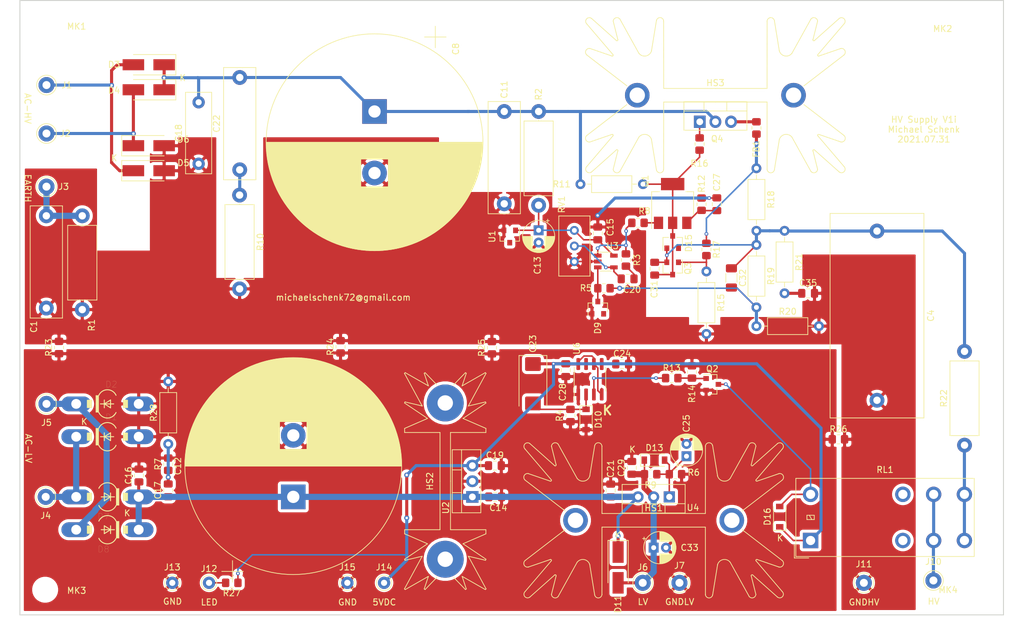
<source format=kicad_pcb>
(kicad_pcb (version 20171130) (host pcbnew "(5.1.10-0-10_14)")
  (layers (0 F.Cu signal) (31 B.Cu signal) (34 B.Paste user) (35 F.Paste user) (36 B.SilkS user) (37 F.SilkS user) (38 B.Mask user) (39 F.Mask user) (44 Edge.Cuts user))
  (net 0 "")
  (net 1 "Net-(C1-Pad1)")
  (net 2 "Net-(Q1-Pad1)")
  (net 3 GND_LV)
  (net 4 +5VDC)
  (net 5 "Net-(Q3-Pad1)")
  (net 6 GND_HV)
  (net 7 "Net-(Q2-Pad1)")
  (net 8 HV)
  (net 9 "Net-(C24-Pad1)")
  (net 10 "Net-(C27-Pad1)")
  (net 11 "Net-(FB1-Pad2)")
  (net 12 "Net-(FB1-Pad1)")
  (net 13 "Net-(Q4-Pad1)")
  (net 14 "Net-(C11-Pad2)")
  (net 15 "Net-(C13-Pad1)")
  (net 16 "Net-(C20-Pad2)")
  (net 17 "Net-(C20-Pad1)")
  (net 18 "Net-(C23-Pad2)")
  (net 19 "Net-(C25-Pad1)")
  (net 20 "Net-(C29-Pad1)")
  (net 21 "Net-(C31-Pad2)")
  (net 22 "Net-(J10-Pad1)")
  (net 23 "Net-(J12-Pad1)")
  (net 24 "Net-(R3-Pad2)")
  (net 25 "Net-(R13-Pad1)")
  (net 26 "Net-(C31-Pad1)")
  (net 27 "Net-(C32-Pad2)")
  (net 28 "Net-(C35-Pad1)")
  (net 29 "Net-(D16-Pad2)")
  (net 30 "Net-(D9-Pad3)")
  (net 31 "Net-(C17-Pad2)")
  (net 32 "Net-(C22-Pad1)")
  (net 33 "Net-(D3-Pad2)")
  (net 34 "Net-(D4-Pad2)")
  (net 35 "Net-(C12-Pad1)")
  (net 36 "Net-(D1-Pad1)")
  (net 37 "Net-(D2-Pad1)")
  (module Resistor_THT:R_Axial_DIN0207_L6.3mm_D2.5mm_P10.16mm_Horizontal (layer F.Cu) (at 79.1845 117.1575 90)
    (fp_text reference R28 (at 5.08 -2.37 90) (layer F.SilkS))
    (fp_text value Rs/0.6W)
    (pad 2 thru_hole oval (at 10.16 0 90) (size 1.6 1.6) (drill 0.8) (layers *.Cu *.Mask) (net 3 GND_LV))
    (pad 1 thru_hole circle (at 0 0 90) (size 1.6 1.6) (drill 0.8) (layers *.Cu *.Mask) (net 31 "Net-(C17-Pad2)"))
  )
  (module Capacitor_THT:C_Rect_L18.0mm_W5.0mm_P15.00mm_FKS3_FKP3 (layer F.Cu) (at 90.805 72.5945 90)
    (fp_text reference C22 (at 7.5 -3.75 90) (layer F.SilkS))
    (fp_text value Cs/150nF/630V)
    (pad 2 thru_hole circle (at 15 0 90) (size 2.4 2.4) (drill 1.2) (layers *.Cu *.Mask) (net 14 "Net-(C11-Pad2)"))
    (pad 1 thru_hole circle (at 0 0 90) (size 2.4 2.4) (drill 1.2) (layers *.Cu *.Mask) (net 32 "Net-(C22-Pad1)"))
  )
  (module Capacitor_THT:C_Rect_L33.0mm_W15.0mm_P27.50mm_MKS4 (layer F.Cu) (at 194.3735 82.55 270)
    (fp_text reference C4 (at 13.75 -8.75 90) (layer F.SilkS))
    (fp_text value 2.2uF/630V)
    (pad 2 thru_hole circle (at 27.5 0 270) (size 2.4 2.4) (drill 1.2) (layers *.Cu *.Mask) (net 6 GND_HV))
    (pad 1 thru_hole circle (at 0 0 270) (size 2.4 2.4) (drill 1.2) (layers *.Cu *.Mask) (net 21 "Net-(C31-Pad2)"))
  )
  (module Resistor_THT:R_Axial_DIN0414_L11.9mm_D4.5mm_P15.24mm_Horizontal (layer F.Cu) (at 90.7796 76.708 270)
    (fp_text reference R10 (at 7.62 -3.37 90) (layer F.SilkS))
    (fp_text value Rs/2W)
    (pad 2 thru_hole oval (at 15.24 0 270) (size 2.4 2.4) (drill 1.2) (layers *.Cu *.Mask) (net 6 GND_HV))
    (pad 1 thru_hole circle (at 0 0 270) (size 2.4 2.4) (drill 1.2) (layers *.Cu *.Mask) (net 32 "Net-(C22-Pad1)"))
  )
  (module Capacitor_THT:C_Rect_L13.0mm_W4.0mm_P10.00mm_FKS3_FKP3_MKS4 (layer F.Cu) (at 84.1248 71.6204 90)
    (fp_text reference C18 (at 5 -3.25 90) (layer F.SilkS))
    (fp_text value Cx/10nF/630V)
    (pad 2 thru_hole circle (at 10 0 90) (size 2 2) (drill 1) (layers *.Cu *.Mask) (net 14 "Net-(C11-Pad2)"))
    (pad 1 thru_hole circle (at 0 0 90) (size 2 2) (drill 1) (layers *.Cu *.Mask) (net 6 GND_HV))
  )
  (module Resistor_SMD:R_0805_2012Metric_Pad1.20x1.40mm_HandSolder (layer F.Cu) (at 79.1845 120.4435 90)
    (fp_text reference R7 (at 0 -1.65 90) (layer F.SilkS))
    (fp_text value Rs/1/8W)
    (pad 2 smd roundrect (at 1 0 90) (size 1.2 1.4) (layers F.Cu F.Paste F.Mask) (roundrect_rratio 0.2083325) (net 3 GND_LV))
    (pad 1 smd roundrect (at -1 0 90) (size 1.2 1.4) (layers F.Cu F.Paste F.Mask) (roundrect_rratio 0.2083325) (net 31 "Net-(C17-Pad2)"))
  )
  (module Capacitor_SMD:C_0805_2012Metric_Pad1.18x1.45mm_HandSolder (layer F.Cu) (at 79.1845 124.6925 90)
    (fp_text reference C17 (at 0 -1.68 90) (layer F.SilkS))
    (fp_text value Cs/150nF/50V)
    (pad 2 smd roundrect (at 1.0375 0 90) (size 1.175 1.45) (layers F.Cu F.Paste F.Mask) (roundrect_rratio 0.2127659574468085) (net 31 "Net-(C17-Pad2)"))
    (pad 1 smd roundrect (at -1.0375 0 90) (size 1.175 1.45) (layers F.Cu F.Paste F.Mask) (roundrect_rratio 0.2127659574468085) (net 35 "Net-(C12-Pad1)"))
  )
  (module Capacitor_SMD:C_0805_2012Metric_Pad1.18x1.45mm_HandSolder (layer F.Cu) (at 74.422 122.2795 90)
    (fp_text reference C16 (at 0 -1.68 90) (layer F.SilkS))
    (fp_text value Cx/10nF/50V)
    (pad 2 smd roundrect (at 1.0375 0 90) (size 1.175 1.45) (layers F.Cu F.Paste F.Mask) (roundrect_rratio 0.2127659574468085) (net 3 GND_LV))
    (pad 1 smd roundrect (at -1.0375 0 90) (size 1.175 1.45) (layers F.Cu F.Paste F.Mask) (roundrect_rratio 0.2127659574468085) (net 35 "Net-(C12-Pad1)"))
  )
  (module Package_TO_SOT_SMD:SOT-223-3_TabPin2 (layer F.Cu) (at 161.163 78.0665 90)
    (fp_text reference Q1 (at 3.6445 -4.445 90) (layer F.SilkS))
    (fp_text value FQT1N60CTF)
    (pad 1 smd rect (at -3.15 -2.3 90) (size 2 1.5) (layers F.Cu F.Paste F.Mask) (net 2 "Net-(Q1-Pad1)"))
    (pad 3 smd rect (at -3.15 2.3 90) (size 2 1.5) (layers F.Cu F.Paste F.Mask) (net 10 "Net-(C27-Pad1)"))
    (pad 2 smd rect (at -3.15 0 90) (size 2 1.5) (layers F.Cu F.Paste F.Mask) (net 26 "Net-(C31-Pad1)"))
    (pad 2 smd rect (at 3.15 0 90) (size 2 3.8) (layers F.Cu F.Paste F.Mask) (net 26 "Net-(C31-Pad1)"))
  )
  (module Heatsink:Heatsink_Fischer_SK104-STC-STIC_35x13mm_2xDrill2.5mm (layer F.Cu) (at 124.206 123.19 90)
    (fp_text reference HS2 (at -0.025 -2.5 90) (layer F.SilkS))
    (fp_text value Heatsink)
    (pad 1 thru_hole circle (at -12.7 0 270) (size 6 6) (drill 2.5) (layers *.Cu *.Mask))
    (pad 1 thru_hole circle (at 12.7 0 90) (size 6 6) (drill 2.5) (layers *.Cu *.Mask))
  )
  (module Package_TO_SOT_SMD:SOT-23 (layer F.Cu) (at 161.1605 88.63 270)
    (fp_text reference Q3 (at 0 -2.5 90) (layer F.SilkS))
    (fp_text value MMBT3904-TP)
    (pad 3 smd rect (at 1 0 270) (size 0.9 0.8) (layers F.Cu F.Paste F.Mask) (net 26 "Net-(C31-Pad1)"))
    (pad 2 smd rect (at -1 0.95 270) (size 0.9 0.8) (layers F.Cu F.Paste F.Mask) (net 21 "Net-(C31-Pad2)"))
    (pad 1 smd rect (at -1 -0.95 270) (size 0.9 0.8) (layers F.Cu F.Paste F.Mask) (net 5 "Net-(Q3-Pad1)"))
  )
  (module Package_TO_SOT_SMD:SOT-23 (layer F.Cu) (at 167.602 107.465)
    (fp_text reference Q2 (at 0 -2.5) (layer F.SilkS))
    (fp_text value MMBT3904-TP)
    (pad 3 smd rect (at 1 0) (size 0.9 0.8) (layers F.Cu F.Paste F.Mask) (net 29 "Net-(D16-Pad2)"))
    (pad 2 smd rect (at -1 0.95) (size 0.9 0.8) (layers F.Cu F.Paste F.Mask) (net 3 GND_LV))
    (pad 1 smd rect (at -1 -0.95) (size 0.9 0.8) (layers F.Cu F.Paste F.Mask) (net 7 "Net-(Q2-Pad1)"))
  )
  (module Package_TO_SOT_SMD:TSOT-23-5 (layer F.Cu) (at 150.3064 87.5005)
    (fp_text reference U3 (at 1.0776 -2.5375) (layer F.SilkS))
    (fp_text value OPA188xxDBV)
    (pad 5 smd rect (at 1.31 -0.95) (size 1.22 0.65) (layers F.Cu F.Paste F.Mask) (net 15 "Net-(C13-Pad1)"))
    (pad 4 smd rect (at 1.31 0.95) (size 1.22 0.65) (layers F.Cu F.Paste F.Mask) (net 17 "Net-(C20-Pad1)"))
    (pad 3 smd rect (at -1.31 0.95) (size 1.22 0.65) (layers F.Cu F.Paste F.Mask) (net 30 "Net-(D9-Pad3)"))
    (pad 2 smd rect (at -1.31 0) (size 1.22 0.65) (layers F.Cu F.Paste F.Mask) (net 6 GND_HV))
    (pad 1 smd rect (at -1.31 -0.95) (size 1.22 0.65) (layers F.Cu F.Paste F.Mask) (net 24 "Net-(R3-Pad2)"))
  )
  (module Capacitor_THT:CP_Radial_D35.0mm_P10.00mm_SnapIn (layer F.Cu) (at 99.5045 125.753 90)
    (fp_text reference C12 (at 5 -18.75 90) (layer F.SilkS))
    (fp_text value 22000uF/25V)
    (pad 2 thru_hole circle (at 10 0 90) (size 4 4) (drill 2) (layers *.Cu *.Mask) (net 3 GND_LV))
    (pad 1 thru_hole rect (at 0 0 90) (size 4 4) (drill 2) (layers *.Cu *.Mask) (net 35 "Net-(C12-Pad1)"))
  )
  (module Package_TO_SOT_THT:TO-220-3_Vertical (layer F.Cu) (at 128.613 125.753 90)
    (fp_text reference U2 (at -1.778 -4.318 90) (layer F.SilkS))
    (fp_text value LM7805_TO220)
    (pad 1 thru_hole rect (at 0 0 90) (size 1.905 2) (drill 1.1) (layers *.Cu *.Mask) (net 35 "Net-(C12-Pad1)"))
    (pad 2 thru_hole oval (at 2.54 0 90) (size 1.905 2) (drill 1.1) (layers *.Cu *.Mask) (net 3 GND_LV))
    (pad 3 thru_hole oval (at 5.08 0 90) (size 1.905 2) (drill 1.1) (layers *.Cu *.Mask) (net 4 +5VDC))
  )
  (module Heatsink:Heatsink_Fischer_SK129-STS_42x25mm_2xDrill2.5mm (layer F.Cu) (at 168.11 60.475)
    (fp_text reference HS3 (at 0 -2) (layer F.SilkS))
    (fp_text value Heatsink)
    (pad 1 thru_hole circle (at -12.7 0 180) (size 4 4) (drill 2.5) (layers *.Cu *.Mask))
    (pad 1 thru_hole circle (at 12.7 0) (size 4 4) (drill 2.5) (layers *.Cu *.Mask))
  )
  (module Heatsink:Heatsink_Fischer_SK129-STS_42x25mm_2xDrill2.5mm (layer F.Cu) (at 158.077 129.563)
    (fp_text reference HS1 (at 0 -2) (layer F.SilkS))
    (fp_text value Heatsink)
    (pad 1 thru_hole circle (at -12.7 0 180) (size 4 4) (drill 2.5) (layers *.Cu *.Mask))
    (pad 1 thru_hole circle (at 12.7 0) (size 4 4) (drill 2.5) (layers *.Cu *.Mask))
  )
  (module Diode_SMD:D_SMA_Handsoldering (layer F.Cu) (at 152.2985 137.223 270)
    (fp_text reference D11 (at 5.9695 0.0255 90) (layer F.SilkS))
    (fp_text value 1N4007)
    (pad 2 smd rect (at 2.5 0 270) (size 3.5 1.8) (layers F.Cu F.Paste F.Mask) (net 20 "Net-(C29-Pad1)"))
    (pad 1 smd rect (at -2.5 0 270) (size 3.5 1.8) (layers F.Cu F.Paste F.Mask) (net 35 "Net-(C12-Pad1)"))
  )
  (module Resistor_THT:R_Axial_DIN0414_L11.9mm_D4.5mm_P15.24mm_Horizontal (layer F.Cu) (at 208.5975 117.348 90)
    (fp_text reference R22 (at 7.62 -3.37 90) (layer F.SilkS))
    (fp_text value 330R/2W)
    (pad 2 thru_hole oval (at 15.24 0 90) (size 2.4 2.4) (drill 1.2) (layers *.Cu *.Mask) (net 21 "Net-(C31-Pad2)"))
    (pad 1 thru_hole circle (at 0 0 90) (size 2.4 2.4) (drill 1.2) (layers *.Cu *.Mask) (net 8 HV))
  )
  (module kicad-snk:SOD64-10 (layer F.Cu) (at 69.304 110.64)
    (fp_text reference D2 (at 0.63569 -3.17845) (layer F.SilkS) (effects (font (size 1.001087 1.001087) (thickness 0.015))))
    (fp_text value BYV98-200)
    (pad 1 thru_hole oval (at -5.08 0) (size 4.8006 2.4003) (drill 1.6002) (layers *.Cu *.Mask) (net 37 "Net-(D2-Pad1)"))
    (pad 2 thru_hole oval (at 5.08 0) (size 4.8006 2.4003) (drill 1.6002) (layers *.Cu *.Mask) (net 3 GND_LV))
  )
  (module kicad-snk:SOD64-10 (layer F.Cu) (at 69.304 131.087 180)
    (fp_text reference D8 (at 0.63569 -3.17845) (layer F.SilkS) (effects (font (size 1.001087 1.001087) (thickness 0.015))))
    (fp_text value BYV98-200)
    (pad 1 thru_hole oval (at -5.08 0 180) (size 4.8006 2.4003) (drill 1.6002) (layers *.Cu *.Mask) (net 35 "Net-(C12-Pad1)"))
    (pad 2 thru_hole oval (at 5.08 0 180) (size 4.8006 2.4003) (drill 1.6002) (layers *.Cu *.Mask) (net 37 "Net-(D2-Pad1)"))
  )
  (module kicad-snk:SOD64-10 (layer F.Cu) (at 69.304 125.753 180)
    (fp_text reference D7 (at 0.63569 -3.17845) (layer F.SilkS) (effects (font (size 1.001087 1.001087) (thickness 0.015))))
    (fp_text value BYV98-200)
    (pad 1 thru_hole oval (at -5.08 0 180) (size 4.8006 2.4003) (drill 1.6002) (layers *.Cu *.Mask) (net 35 "Net-(C12-Pad1)"))
    (pad 2 thru_hole oval (at 5.08 0 180) (size 4.8006 2.4003) (drill 1.6002) (layers *.Cu *.Mask) (net 36 "Net-(D1-Pad1)"))
  )
  (module kicad-snk:SOD64-10 (layer F.Cu) (at 69.304 115.974)
    (fp_text reference D1 (at 0.63569 -3.17845) (layer F.SilkS) (effects (font (size 1.001087 1.001087) (thickness 0.015))))
    (fp_text value BYV98-200)
    (pad 1 thru_hole oval (at -5.08 0) (size 4.8006 2.4003) (drill 1.6002) (layers *.Cu *.Mask) (net 36 "Net-(D1-Pad1)"))
    (pad 2 thru_hole oval (at 5.08 0) (size 4.8006 2.4003) (drill 1.6002) (layers *.Cu *.Mask) (net 3 GND_LV))
  )
  (module Diode_SMD:D_SOD-123 (layer F.Cu) (at 158.203 119.784)
    (fp_text reference D13 (at 0 -2) (layer F.SilkS))
    (fp_text value 1N4148W)
    (pad 2 smd rect (at 1.65 0) (size 0.9 1.2) (layers F.Cu F.Paste F.Mask) (net 19 "Net-(C25-Pad1)"))
    (pad 1 smd rect (at -1.65 0) (size 0.9 1.2) (layers F.Cu F.Paste F.Mask) (net 20 "Net-(C29-Pad1)"))
  )
  (module Capacitor_THT:CP_Radial_D5.0mm_P2.00mm (layer F.Cu) (at 163.411 119.149 90)
    (fp_text reference C25 (at 5.334 0 90) (layer F.SilkS))
    (fp_text value 10uF/25V)
    (pad 2 thru_hole circle (at 2 0 90) (size 1.6 1.6) (drill 0.8) (layers *.Cu *.Mask) (net 3 GND_LV))
    (pad 1 thru_hole rect (at 0 0 90) (size 1.6 1.6) (drill 0.8) (layers *.Cu *.Mask) (net 19 "Net-(C25-Pad1)"))
  )
  (module Resistor_SMD:R_0805_2012Metric_Pad1.20x1.40mm_HandSolder (layer F.Cu) (at 61.43 101.48 90)
    (fp_text reference R23 (at 0 -1.65 90) (layer F.SilkS))
    (fp_text value 1R/0.5W)
    (pad 2 smd roundrect (at 1 0 90) (size 1.2 1.4) (layers F.Cu F.Paste F.Mask) (roundrect_rratio 0.2083325) (net 6 GND_HV))
    (pad 1 smd roundrect (at -1 0 90) (size 1.2 1.4) (layers F.Cu F.Paste F.Mask) (roundrect_rratio 0.2083325) (net 3 GND_LV))
  )
  (module Resistor_THT:R_Axial_DIN0414_L11.9mm_D4.5mm_P15.24mm_Horizontal (layer F.Cu) (at 65.2145 80.0735 270)
    (fp_text reference R1 (at 17.78 -1.524 90) (layer F.SilkS))
    (fp_text value 100R/2W)
    (pad 2 thru_hole oval (at 15.24 0 270) (size 2.4 2.4) (drill 1.2) (layers *.Cu *.Mask) (net 6 GND_HV))
    (pad 1 thru_hole circle (at 0 0 270) (size 2.4 2.4) (drill 1.2) (layers *.Cu *.Mask) (net 1 "Net-(C1-Pad1)"))
  )
  (module Diode_SMD:D_SMA_Handsoldering (layer F.Cu) (at 76.0204 59.586 180)
    (fp_text reference D4 (at 5.637 -0.104) (layer F.SilkS))
    (fp_text value BYG20J)
    (pad 2 smd rect (at 2.5 0 180) (size 3.5 1.8) (layers F.Cu F.Paste F.Mask) (net 34 "Net-(D4-Pad2)"))
    (pad 1 smd rect (at -2.5 0 180) (size 3.5 1.8) (layers F.Cu F.Paste F.Mask) (net 14 "Net-(C11-Pad2)"))
  )
  (module Diode_SMD:D_SMA_Handsoldering (layer F.Cu) (at 76.0204 68.6792)
    (fp_text reference D6 (at 5.628 -1.016) (layer F.SilkS))
    (fp_text value BYG20J)
    (pad 2 smd rect (at 2.5 0) (size 3.5 1.8) (layers F.Cu F.Paste F.Mask) (net 6 GND_HV))
    (pad 1 smd rect (at -2.5 0) (size 3.5 1.8) (layers F.Cu F.Paste F.Mask) (net 34 "Net-(D4-Pad2)"))
  )
  (module Diode_SMD:D_SMA_Handsoldering (layer F.Cu) (at 76.0204 72.7432)
    (fp_text reference D5 (at 5.628 -1.27) (layer F.SilkS))
    (fp_text value BYG20J)
    (pad 2 smd rect (at 2.5 0) (size 3.5 1.8) (layers F.Cu F.Paste F.Mask) (net 6 GND_HV))
    (pad 1 smd rect (at -2.5 0) (size 3.5 1.8) (layers F.Cu F.Paste F.Mask) (net 33 "Net-(D3-Pad2)"))
  )
  (module Diode_SMD:D_SMA_Handsoldering (layer F.Cu) (at 76.0204 55.522 180)
    (fp_text reference D3 (at 5.637 0.023) (layer F.SilkS))
    (fp_text value BYG20J)
    (pad 2 smd rect (at 2.5 0 180) (size 3.5 1.8) (layers F.Cu F.Paste F.Mask) (net 33 "Net-(D3-Pad2)"))
    (pad 1 smd rect (at -2.5 0 180) (size 3.5 1.8) (layers F.Cu F.Paste F.Mask) (net 14 "Net-(C11-Pad2)"))
  )
  (module Package_SO:SOIC-8_3.9x4.9mm_P1.27mm (layer F.Cu) (at 147.7265 106.638 90)
    (fp_text reference U6 (at 5.015 -2.159 90) (layer F.SilkS))
    (fp_text value TLC555CDR)
    (pad 8 smd roundrect (at 2.475 -1.905 90) (size 1.95 0.6) (layers F.Cu F.Paste F.Mask) (net 4 +5VDC))
    (pad 7 smd roundrect (at 2.475 -0.635 90) (size 1.95 0.6) (layers F.Cu F.Paste F.Mask))
    (pad 6 smd roundrect (at 2.475 0.635 90) (size 1.95 0.6) (layers F.Cu F.Paste F.Mask) (net 4 +5VDC))
    (pad 5 smd roundrect (at 2.475 1.905 90) (size 1.95 0.6) (layers F.Cu F.Paste F.Mask) (net 9 "Net-(C24-Pad1)"))
    (pad 4 smd roundrect (at -2.475 1.905 90) (size 1.95 0.6) (layers F.Cu F.Paste F.Mask) (net 4 +5VDC))
    (pad 3 smd roundrect (at -2.475 0.635 90) (size 1.95 0.6) (layers F.Cu F.Paste F.Mask) (net 25 "Net-(R13-Pad1)"))
    (pad 2 smd roundrect (at -2.475 -0.635 90) (size 1.95 0.6) (layers F.Cu F.Paste F.Mask) (net 18 "Net-(C23-Pad2)"))
    (pad 1 smd roundrect (at -2.475 -1.905 90) (size 1.95 0.6) (layers F.Cu F.Paste F.Mask) (net 3 GND_LV))
  )
  (module Resistor_SMD:R_0805_2012Metric_Pad1.20x1.40mm_HandSolder (layer F.Cu) (at 165.5445 68.4055 90)
    (fp_text reference R16 (at -3.168 -0.0255) (layer F.SilkS))
    (fp_text value "100R 1/8W")
    (pad 2 smd roundrect (at 1 0 90) (size 1.2 1.4) (layers F.Cu F.Paste F.Mask) (roundrect_rratio 0.2083325) (net 13 "Net-(Q4-Pad1)"))
    (pad 1 smd roundrect (at -1 0 90) (size 1.2 1.4) (layers F.Cu F.Paste F.Mask) (roundrect_rratio 0.2083325) (net 26 "Net-(C31-Pad1)"))
  )
  (module Resistor_THT:R_Axial_DIN0207_L6.3mm_D2.5mm_P10.16mm_Horizontal (layer F.Cu) (at 166.6495 89.1135 270)
    (fp_text reference R15 (at 5.08 -2.37 90) (layer F.SilkS))
    (fp_text value 330k/0.6W)
    (pad 2 thru_hole oval (at 10.16 0 270) (size 1.6 1.6) (drill 0.8) (layers *.Cu *.Mask) (net 6 GND_HV))
    (pad 1 thru_hole circle (at 0 0 270) (size 1.6 1.6) (drill 0.8) (layers *.Cu *.Mask) (net 5 "Net-(Q3-Pad1)"))
  )
  (module Resistor_THT:R_Axial_DIN0207_L6.3mm_D2.5mm_P10.16mm_Horizontal (layer F.Cu) (at 146.177 74.93)
    (fp_text reference R11 (at -3.048 0) (layer F.SilkS))
    (fp_text value 470k/0.6W)
    (pad 2 thru_hole oval (at 10.16 0) (size 1.6 1.6) (drill 0.8) (layers *.Cu *.Mask) (net 26 "Net-(C31-Pad1)"))
    (pad 1 thru_hole circle (at 0 0) (size 1.6 1.6) (drill 0.8) (layers *.Cu *.Mask) (net 14 "Net-(C11-Pad2)"))
  )
  (module Resistor_THT:R_Axial_DIN0207_L6.3mm_D2.5mm_P10.16mm_Horizontal (layer F.Cu) (at 174.7775 72.3495 270)
    (fp_text reference R18 (at 5.08 -2.37 90) (layer F.SilkS))
    (fp_text value 47R/0.6W)
    (pad 2 thru_hole oval (at 10.16 0 270) (size 1.6 1.6) (drill 0.8) (layers *.Cu *.Mask) (net 21 "Net-(C31-Pad2)"))
    (pad 1 thru_hole circle (at 0 0 270) (size 1.6 1.6) (drill 0.8) (layers *.Cu *.Mask) (net 11 "Net-(FB1-Pad2)"))
  )
  (module Resistor_SMD:R_0805_2012Metric_Pad1.20x1.40mm_HandSolder (layer F.Cu) (at 174.7775 65.793 270)
    (fp_text reference FB1 (at 3.422 0.0255 90) (layer F.SilkS))
    (fp_text value 600R@100MHz)
    (pad 2 smd roundrect (at 1 0 270) (size 1.2 1.4) (layers F.Cu F.Paste F.Mask) (roundrect_rratio 0.2083325) (net 11 "Net-(FB1-Pad2)"))
    (pad 1 smd roundrect (at -1 0 270) (size 1.2 1.4) (layers F.Cu F.Paste F.Mask) (roundrect_rratio 0.2083325) (net 12 "Net-(FB1-Pad1)"))
  )
  (module Capacitor_SMD:C_1206_3216Metric_Pad1.33x1.80mm_HandSolder (layer F.Cu) (at 170.7135 90.168 270)
    (fp_text reference C32 (at 0 -1.85 90) (layer F.SilkS))
    (fp_text value 10pF/500V)
    (pad 2 smd roundrect (at 1.5625 0 270) (size 1.325 1.8) (layers F.Cu F.Paste F.Mask) (roundrect_rratio 0.1886769811320755) (net 27 "Net-(C32-Pad2)"))
    (pad 1 smd roundrect (at -1.5625 0 270) (size 1.325 1.8) (layers F.Cu F.Paste F.Mask) (roundrect_rratio 0.1886769811320755) (net 21 "Net-(C31-Pad2)"))
  )
  (module Capacitor_SMD:C_0805_2012Metric_Pad1.18x1.45mm_HandSolder (layer F.Cu) (at 183.181 92.6695)
    (fp_text reference C35 (at 0 -1.68) (layer F.SilkS))
    (fp_text value 470pF/500V)
    (pad 2 smd roundrect (at 1.0375 0) (size 1.175 1.45) (layers F.Cu F.Paste F.Mask) (roundrect_rratio 0.2127659574468085) (net 6 GND_HV))
    (pad 1 smd roundrect (at -1.0375 0) (size 1.175 1.45) (layers F.Cu F.Paste F.Mask) (roundrect_rratio 0.2127659574468085) (net 28 "Net-(C35-Pad1)"))
  )
  (module Package_TO_SOT_THT:TO-220-3_Vertical (layer F.Cu) (at 165.57 64.793)
    (fp_text reference Q4 (at 2.832 2.771) (layer F.SilkS))
    (fp_text value IRF840)
    (pad 3 thru_hole oval (at 5.08 0) (size 1.905 2) (drill 1.1) (layers *.Cu *.Mask) (net 12 "Net-(FB1-Pad1)"))
    (pad 2 thru_hole oval (at 2.54 0) (size 1.905 2) (drill 1.1) (layers *.Cu *.Mask) (net 14 "Net-(C11-Pad2)"))
    (pad 1 thru_hole rect (at 0 0) (size 1.905 2) (drill 1.1) (layers *.Cu *.Mask) (net 13 "Net-(Q4-Pad1)"))
  )
  (module Resistor_SMD:R_0805_2012Metric_Pad1.20x1.40mm_HandSolder (layer F.Cu) (at 188.103 116.3955)
    (fp_text reference R26 (at 0 -1.65) (layer F.SilkS))
    (fp_text value 1R/0.5W)
    (pad 2 smd roundrect (at 1 0) (size 1.2 1.4) (layers F.Cu F.Paste F.Mask) (roundrect_rratio 0.2083325) (net 6 GND_HV))
    (pad 1 smd roundrect (at -1 0) (size 1.2 1.4) (layers F.Cu F.Paste F.Mask) (roundrect_rratio 0.2083325) (net 3 GND_LV))
  )
  (module Resistor_SMD:R_0805_2012Metric_Pad1.20x1.40mm_HandSolder (layer F.Cu) (at 131.788 101.512 90)
    (fp_text reference R25 (at 0 -1.65 90) (layer F.SilkS))
    (fp_text value 1R/0.5W)
    (pad 2 smd roundrect (at 1 0 90) (size 1.2 1.4) (layers F.Cu F.Paste F.Mask) (roundrect_rratio 0.2083325) (net 6 GND_HV))
    (pad 1 smd roundrect (at -1 0 90) (size 1.2 1.4) (layers F.Cu F.Paste F.Mask) (roundrect_rratio 0.2083325) (net 3 GND_LV))
  )
  (module Resistor_SMD:R_0805_2012Metric_Pad1.20x1.40mm_HandSolder (layer F.Cu) (at 107.188 101.362 90)
    (fp_text reference R24 (at 0 -1.65 90) (layer F.SilkS))
    (fp_text value 1R/0.5W)
    (pad 2 smd roundrect (at 1 0 90) (size 1.2 1.4) (layers F.Cu F.Paste F.Mask) (roundrect_rratio 0.2083325) (net 6 GND_HV))
    (pad 1 smd roundrect (at -1 0 90) (size 1.2 1.4) (layers F.Cu F.Paste F.Mask) (roundrect_rratio 0.2083325) (net 3 GND_LV))
  )
  (module Resistor_SMD:R_0805_2012Metric_Pad1.20x1.40mm_HandSolder (layer F.Cu) (at 166.6495 85.5415 270)
    (fp_text reference R17 (at 0 -1.65 90) (layer F.SilkS))
    (fp_text value 3k3,1/8W)
    (pad 2 smd roundrect (at 1 0 270) (size 1.2 1.4) (layers F.Cu F.Paste F.Mask) (roundrect_rratio 0.2083325) (net 5 "Net-(Q3-Pad1)"))
    (pad 1 smd roundrect (at -1 0 270) (size 1.2 1.4) (layers F.Cu F.Paste F.Mask) (roundrect_rratio 0.2083325) (net 11 "Net-(FB1-Pad2)"))
  )
  (module Resistor_SMD:R_0805_2012Metric_Pad1.20x1.40mm_HandSolder (layer F.Cu) (at 157.585 122.07)
    (fp_text reference R9 (at -0.016 1.778) (layer F.SilkS))
    (fp_text value "240R 1/8W")
    (pad 2 smd roundrect (at 1 0) (size 1.2 1.4) (layers F.Cu F.Paste F.Mask) (roundrect_rratio 0.2083325) (net 19 "Net-(C25-Pad1)"))
    (pad 1 smd roundrect (at -1 0) (size 1.2 1.4) (layers F.Cu F.Paste F.Mask) (roundrect_rratio 0.2083325) (net 20 "Net-(C29-Pad1)"))
  )
  (module Resistor_SMD:R_0805_2012Metric_Pad1.20x1.40mm_HandSolder (layer F.Cu) (at 161.617 122.07)
    (fp_text reference R6 (at 2.975 -0.277) (layer F.SilkS))
    (fp_text value "976R 1/8W")
    (pad 2 smd roundrect (at 1 0) (size 1.2 1.4) (layers F.Cu F.Paste F.Mask) (roundrect_rratio 0.2083325) (net 3 GND_LV))
    (pad 1 smd roundrect (at -1 0) (size 1.2 1.4) (layers F.Cu F.Paste F.Mask) (roundrect_rratio 0.2083325) (net 19 "Net-(C25-Pad1)"))
  )
  (module Resistor_SMD:R_0805_2012Metric_Pad1.20x1.40mm_HandSolder (layer F.Cu) (at 89.513 139.723 180)
    (fp_text reference R27 (at 0 -1.65) (layer F.SilkS))
    (fp_text value "470R 1/8W")
    (pad 2 smd roundrect (at 1 0 180) (size 1.2 1.4) (layers F.Cu F.Paste F.Mask) (roundrect_rratio 0.2083325) (net 23 "Net-(J12-Pad1)"))
    (pad 1 smd roundrect (at -1 0 180) (size 1.2 1.4) (layers F.Cu F.Paste F.Mask) (roundrect_rratio 0.2083325) (net 4 +5VDC))
  )
  (module Resistor_SMD:R_0805_2012Metric_Pad1.20x1.40mm_HandSolder (layer F.Cu) (at 164.3 105.449 270)
    (fp_text reference R14 (at 3.572 0 90) (layer F.SilkS))
    (fp_text value "2.49k 1/8W")
    (pad 2 smd roundrect (at 1 0 270) (size 1.2 1.4) (layers F.Cu F.Paste F.Mask) (roundrect_rratio 0.2083325) (net 7 "Net-(Q2-Pad1)"))
    (pad 1 smd roundrect (at -1 0 270) (size 1.2 1.4) (layers F.Cu F.Paste F.Mask) (roundrect_rratio 0.2083325) (net 3 GND_LV))
  )
  (module Resistor_SMD:R_0805_2012Metric_Pad1.20x1.40mm_HandSolder (layer F.Cu) (at 161.014 106.449)
    (fp_text reference R13 (at 0 -1.65) (layer F.SilkS))
    (fp_text value "2.49k 1/8W")
    (pad 2 smd roundrect (at 1 0) (size 1.2 1.4) (layers F.Cu F.Paste F.Mask) (roundrect_rratio 0.2083325) (net 7 "Net-(Q2-Pad1)"))
    (pad 1 smd roundrect (at -1 0) (size 1.2 1.4) (layers F.Cu F.Paste F.Mask) (roundrect_rratio 0.2083325) (net 25 "Net-(R13-Pad1)"))
  )
  (module Resistor_SMD:R_0805_2012Metric_Pad1.20x1.40mm_HandSolder (layer F.Cu) (at 144.5515 112.529 270)
    (fp_text reference R4 (at 0.016 1.778 90) (layer F.SilkS))
    (fp_text value "1Meg 1/8W")
    (pad 2 smd roundrect (at 1 0 270) (size 1.2 1.4) (layers F.Cu F.Paste F.Mask) (roundrect_rratio 0.2083325) (net 3 GND_LV))
    (pad 1 smd roundrect (at -1 0 270) (size 1.2 1.4) (layers F.Cu F.Paste F.Mask) (roundrect_rratio 0.2083325) (net 18 "Net-(C23-Pad2)"))
  )
  (module Capacitor_SMD:C_0805_2012Metric_Pad1.18x1.45mm_HandSolder (layer F.Cu) (at 154.521 121.0325 90)
    (fp_text reference C29 (at 0 -1.68 90) (layer F.SilkS))
    (fp_text value 100nF/50V)
    (pad 2 smd roundrect (at 1.0375 0 90) (size 1.175 1.45) (layers F.Cu F.Paste F.Mask) (roundrect_rratio 0.2127659574468085) (net 3 GND_LV))
    (pad 1 smd roundrect (at -1.0375 0 90) (size 1.175 1.45) (layers F.Cu F.Paste F.Mask) (roundrect_rratio 0.2127659574468085) (net 20 "Net-(C29-Pad1)"))
  )
  (module Capacitor_SMD:C_0805_2012Metric_Pad1.18x1.45mm_HandSolder (layer F.Cu) (at 151.092 124.7155 90)
    (fp_text reference C21 (at 3.5345 0 90) (layer F.SilkS))
    (fp_text value 100nF/50V)
    (pad 2 smd roundrect (at 1.0375 0 90) (size 1.175 1.45) (layers F.Cu F.Paste F.Mask) (roundrect_rratio 0.2127659574468085) (net 3 GND_LV))
    (pad 1 smd roundrect (at -1.0375 0 90) (size 1.175 1.45) (layers F.Cu F.Paste F.Mask) (roundrect_rratio 0.2127659574468085) (net 35 "Net-(C12-Pad1)"))
  )
  (module Capacitor_SMD:C_0805_2012Metric_Pad1.18x1.45mm_HandSolder (layer F.Cu) (at 143.7895 105.1575 270)
    (fp_text reference C28 (at 3.5775 0.508 90) (layer F.SilkS))
    (fp_text value 100nF/50V)
    (pad 2 smd roundrect (at 1.0375 0 270) (size 1.175 1.45) (layers F.Cu F.Paste F.Mask) (roundrect_rratio 0.2127659574468085) (net 3 GND_LV))
    (pad 1 smd roundrect (at -1.0375 0 270) (size 1.175 1.45) (layers F.Cu F.Paste F.Mask) (roundrect_rratio 0.2127659574468085) (net 4 +5VDC))
  )
  (module Capacitor_SMD:C_0805_2012Metric_Pad1.18x1.45mm_HandSolder (layer F.Cu) (at 152.955 104.163)
    (fp_text reference C24 (at 0 -1.68) (layer F.SilkS))
    (fp_text value 100nF/50V)
    (pad 2 smd roundrect (at 1.0375 0) (size 1.175 1.45) (layers F.Cu F.Paste F.Mask) (roundrect_rratio 0.2127659574468085) (net 3 GND_LV))
    (pad 1 smd roundrect (at -1.0375 0) (size 1.175 1.45) (layers F.Cu F.Paste F.Mask) (roundrect_rratio 0.2127659574468085) (net 9 "Net-(C24-Pad1)"))
  )
  (module Capacitor_SMD:C_0805_2012Metric_Pad1.18x1.45mm_HandSolder (layer F.Cu) (at 132.2745 120.673)
    (fp_text reference C19 (at 0 -1.68) (layer F.SilkS))
    (fp_text value 100nF/50V)
    (pad 1 smd roundrect (at -1.0375 0) (size 1.175 1.45) (layers F.Cu F.Paste F.Mask) (roundrect_rratio 0.2127659574468085) (net 4 +5VDC))
    (pad 2 smd roundrect (at 1.0375 0) (size 1.175 1.45) (layers F.Cu F.Paste F.Mask) (roundrect_rratio 0.2127659574468085) (net 3 GND_LV))
  )
  (module Capacitor_SMD:C_0805_2012Metric_Pad1.18x1.45mm_HandSolder (layer F.Cu) (at 132.3175 125.753)
    (fp_text reference C14 (at 0.508 1.778) (layer F.SilkS))
    (fp_text value 330nF/50V)
    (pad 1 smd roundrect (at -1.0375 0) (size 1.175 1.45) (layers F.Cu F.Paste F.Mask) (roundrect_rratio 0.2127659574468085) (net 35 "Net-(C12-Pad1)"))
    (pad 2 smd roundrect (at 1.0375 0) (size 1.175 1.45) (layers F.Cu F.Paste F.Mask) (roundrect_rratio 0.2127659574468085) (net 3 GND_LV))
  )
  (module Connector_Pin:Pin_D1.3mm_L11.0mm (layer F.Cu) (at 162.268 139.723)
    (fp_text reference J7 (at 0 -2.794) (layer F.SilkS))
    (fp_text value GND_LV1)
    (pad 1 thru_hole circle (at 0 0) (size 2.6 2.6) (drill 1.3) (layers *.Cu *.Mask) (net 3 GND_LV))
  )
  (module Connector_Pin:Pin_D1.3mm_L11.0mm (layer F.Cu) (at 156.299 139.723)
    (fp_text reference J6 (at 0 -2.54) (layer F.SilkS))
    (fp_text value LV1)
    (pad 1 thru_hole circle (at 0 0) (size 2.6 2.6) (drill 1.3) (layers *.Cu *.Mask) (net 20 "Net-(C29-Pad1)"))
  )
  (module Connector_Pin:Pin_D1.3mm_L11.0mm (layer F.Cu) (at 59.398 110.64)
    (fp_text reference J5 (at 0 3.048) (layer F.SilkS))
    (fp_text value AC-LV)
    (pad 1 thru_hole circle (at 0 0) (size 2.6 2.6) (drill 1.3) (layers *.Cu *.Mask) (net 37 "Net-(D2-Pad1)"))
  )
  (module Connector_Pin:Pin_D1.3mm_L11.0mm (layer F.Cu) (at 59.271 125.753)
    (fp_text reference J4 (at 0 3.048) (layer F.SilkS))
    (fp_text value AC-LV)
    (pad 1 thru_hole circle (at 0 0) (size 2.6 2.6) (drill 1.3) (layers *.Cu *.Mask) (net 36 "Net-(D1-Pad1)"))
  )
  (module Connector_Pin:Pin_D1.3mm_L11.0mm (layer F.Cu) (at 59.398 75.334)
    (fp_text reference J3 (at 2.794 0) (layer F.SilkS))
    (fp_text value EARTH)
    (pad 1 thru_hole circle (at 0 0) (size 2.6 2.6) (drill 1.3) (layers *.Cu *.Mask) (net 1 "Net-(C1-Pad1)"))
  )
  (module Connector_Pin:Pin_D1.3mm_L11.0mm (layer F.Cu) (at 59.398 66.698)
    (fp_text reference J2 (at 3.048 0) (layer F.SilkS))
    (fp_text value AC-HV)
    (pad 1 thru_hole circle (at 0 0) (size 2.6 2.6) (drill 1.3) (layers *.Cu *.Mask) (net 34 "Net-(D4-Pad2)"))
  )
  (module Connector_Pin:Pin_D1.3mm_L11.0mm (layer F.Cu) (at 59.398 58.824)
    (fp_text reference J1 (at 3.302 0) (layer F.SilkS))
    (fp_text value AC-HV)
    (pad 1 thru_hole circle (at 0 0) (size 2.6 2.6) (drill 1.3) (layers *.Cu *.Mask) (net 33 "Net-(D3-Pad2)"))
  )
  (module Capacitor_THT:CP_Radial_D5.0mm_P2.00mm (layer F.Cu) (at 158.077 134.008)
    (fp_text reference C33 (at 5.842 0) (layer F.SilkS))
    (fp_text value 1uF/25V)
    (pad 2 thru_hole circle (at 2 0) (size 1.6 1.6) (drill 0.8) (layers *.Cu *.Mask) (net 3 GND_LV))
    (pad 1 thru_hole rect (at 0 0) (size 1.6 1.6) (drill 0.8) (layers *.Cu *.Mask) (net 20 "Net-(C29-Pad1)"))
  )
  (module Capacitor_Tantalum_SMD:CP_EIA-7343-31_Kemet-D_Pad2.25x2.55mm_HandSolder (layer F.Cu) (at 138.4555 107.363 270)
    (fp_text reference C23 (at -6.502 0 90) (layer F.SilkS))
    (fp_text value 15uF/25V)
    (pad 2 smd roundrect (at 3.2 0 270) (size 2.25 2.55) (layers F.Cu F.Paste F.Mask) (roundrect_rratio 0.1111106666666667) (net 18 "Net-(C23-Pad2)"))
    (pad 1 smd roundrect (at -3.2 0 270) (size 2.25 2.55) (layers F.Cu F.Paste F.Mask) (roundrect_rratio 0.1111106666666667) (net 4 +5VDC))
  )
  (module Package_TO_SOT_SMD:SOT-23 (layer F.Cu) (at 134.6835 83.439 270)
    (fp_text reference U1 (at 0 2.86 90) (layer F.SilkS))
    (fp_text value LM4040DBZ-10)
    (pad 3 smd rect (at 1 0 270) (size 0.9 0.8) (layers F.Cu F.Paste F.Mask))
    (pad 2 smd rect (at -1 0.95 270) (size 0.9 0.8) (layers F.Cu F.Paste F.Mask) (net 6 GND_HV))
    (pad 1 smd rect (at -1 -0.95 270) (size 0.9 0.8) (layers F.Cu F.Paste F.Mask) (net 15 "Net-(C13-Pad1)"))
  )
  (module Potentiometer_THT:Potentiometer_Bourns_3296W_Vertical (layer F.Cu) (at 145.1865 82.446 90)
    (fp_text reference RV1 (at 4.214 -2.0575 90) (layer F.SilkS))
    (fp_text value 100k)
    (pad 3 thru_hole circle (at -5.08 0 90) (size 1.44 1.44) (drill 0.8) (layers *.Cu *.Mask) (net 6 GND_HV))
    (pad 2 thru_hole circle (at -2.54 0 90) (size 1.44 1.44) (drill 0.8) (layers *.Cu *.Mask) (net 17 "Net-(C20-Pad1)"))
    (pad 1 thru_hole circle (at 0 0 90) (size 1.44 1.44) (drill 0.8) (layers *.Cu *.Mask) (net 15 "Net-(C13-Pad1)"))
  )
  (module Relay_THT:Relay_DPDT_Omron_G2RL (layer F.Cu) (at 183.5785 132.842)
    (fp_text reference RL1 (at 12.1 -11.5 180) (layer F.SilkS))
    (fp_text value G2RL-2-DC5)
    (pad 8 thru_hole oval (at 0 -7.5 90) (size 2.5 2.5) (drill 1.5) (layers *.Cu *.Mask) (net 29 "Net-(D16-Pad2)"))
    (pad 7 thru_hole oval (at 15 -7.5 90) (size 2.5 2.5) (drill 1.5) (layers *.Cu *.Mask))
    (pad 6 thru_hole oval (at 20 -7.5 90) (size 2.5 2.5) (drill 1.5) (layers *.Cu *.Mask) (net 22 "Net-(J10-Pad1)"))
    (pad 5 thru_hole oval (at 25 -7.5 90) (size 2.5 2.5) (drill 1.5) (layers *.Cu *.Mask) (net 8 HV))
    (pad 4 thru_hole oval (at 25 0 90) (size 2.5 2.5) (drill 1.5) (layers *.Cu *.Mask) (net 8 HV))
    (pad 3 thru_hole oval (at 20 0 90) (size 2.5 2.5) (drill 1.5) (layers *.Cu *.Mask) (net 22 "Net-(J10-Pad1)"))
    (pad 2 thru_hole oval (at 15 0 90) (size 2.5 2.5) (drill 1.5) (layers *.Cu *.Mask))
    (pad 1 thru_hole rect (at 0 0 90) (size 2.5 2.5) (drill 1.5) (layers *.Cu *.Mask) (net 4 +5VDC))
  )
  (module Resistor_THT:R_Axial_DIN0207_L6.3mm_D2.5mm_P10.16mm_Horizontal (layer F.Cu) (at 179.3495 82.5095 270)
    (fp_text reference R21 (at 5.08 -2.37 90) (layer F.SilkS))
    (fp_text value 750/0.6W)
    (pad 2 thru_hole oval (at 10.16 0 270) (size 1.6 1.6) (drill 0.8) (layers *.Cu *.Mask) (net 28 "Net-(C35-Pad1)"))
    (pad 1 thru_hole circle (at 0 0 270) (size 1.6 1.6) (drill 0.8) (layers *.Cu *.Mask) (net 21 "Net-(C31-Pad2)"))
  )
  (module Resistor_SMD:R_0805_2012Metric_Pad1.20x1.40mm_HandSolder (layer F.Cu) (at 165.862 78.1845 270)
    (fp_text reference R12 (at -3.318 0 90) (layer F.SilkS))
    (fp_text value "2.7k 1/8W")
    (pad 2 smd roundrect (at 1 0 270) (size 1.2 1.4) (layers F.Cu F.Paste F.Mask) (roundrect_rratio 0.2083325) (net 10 "Net-(C27-Pad1)"))
    (pad 1 smd roundrect (at -1 0 270) (size 1.2 1.4) (layers F.Cu F.Paste F.Mask) (roundrect_rratio 0.2083325) (net 6 GND_HV))
  )
  (module Resistor_SMD:R_0805_2012Metric_Pad1.20x1.40mm_HandSolder (layer F.Cu) (at 149.9965 91.844 180)
    (fp_text reference R5 (at 2.9305 0.023) (layer F.SilkS))
    (fp_text value "10K 1/8W")
    (pad 2 smd roundrect (at 1 0 180) (size 1.2 1.4) (layers F.Cu F.Paste F.Mask) (roundrect_rratio 0.2083325) (net 30 "Net-(D9-Pad3)"))
    (pad 1 smd roundrect (at -1 0 180) (size 1.2 1.4) (layers F.Cu F.Paste F.Mask) (roundrect_rratio 0.2083325) (net 27 "Net-(C32-Pad2)"))
  )
  (module Resistor_SMD:R_0805_2012Metric_Pad1.20x1.40mm_HandSolder (layer F.Cu) (at 155.5275 81.2165 180)
    (fp_text reference R8 (at -1.055 1.9305) (layer F.SilkS))
    (fp_text value "100R 1/8W")
    (pad 2 smd roundrect (at 1 0 180) (size 1.2 1.4) (layers F.Cu F.Paste F.Mask) (roundrect_rratio 0.2083325) (net 24 "Net-(R3-Pad2)"))
    (pad 1 smd roundrect (at -1 0 180) (size 1.2 1.4) (layers F.Cu F.Paste F.Mask) (roundrect_rratio 0.2083325) (net 2 "Net-(Q1-Pad1)"))
  )
  (module Resistor_SMD:R_0805_2012Metric_Pad1.20x1.40mm_HandSolder (layer F.Cu) (at 153.5685 87.256 90)
    (fp_text reference R3 (at 0 1.778 90) (layer F.SilkS))
    (fp_text value "0R 1/8W")
    (pad 2 smd roundrect (at 1 0 90) (size 1.2 1.4) (layers F.Cu F.Paste F.Mask) (roundrect_rratio 0.2083325) (net 24 "Net-(R3-Pad2)"))
    (pad 1 smd roundrect (at -1 0 90) (size 1.2 1.4) (layers F.Cu F.Paste F.Mask) (roundrect_rratio 0.2083325) (net 16 "Net-(C20-Pad2)"))
  )
  (module Resistor_THT:R_Axial_DIN0414_L11.9mm_D4.5mm_P15.24mm_Horizontal (layer F.Cu) (at 139.3825 63.119 270)
    (fp_text reference R2 (at -2.794 0 90) (layer F.SilkS))
    (fp_text value 100k/2W)
    (pad 2 thru_hole oval (at 15.24 0 270) (size 2.4 2.4) (drill 1.2) (layers *.Cu *.Mask) (net 15 "Net-(C13-Pad1)"))
    (pad 1 thru_hole circle (at 0 0 270) (size 2.4 2.4) (drill 1.2) (layers *.Cu *.Mask) (net 14 "Net-(C11-Pad2)"))
  )
  (module Resistor_THT:R_Axial_DIN0207_L6.3mm_D2.5mm_P10.16mm_Horizontal (layer F.Cu) (at 174.7775 98.0035)
    (fp_text reference R20 (at 5.08 -2.37) (layer F.SilkS))
    (fp_text value 10K/0.6W)
    (pad 2 thru_hole oval (at 10.16 0) (size 1.6 1.6) (drill 0.8) (layers *.Cu *.Mask) (net 6 GND_HV))
    (pad 1 thru_hole circle (at 0 0) (size 1.6 1.6) (drill 0.8) (layers *.Cu *.Mask) (net 27 "Net-(C32-Pad2)"))
  )
  (module Resistor_THT:R_Axial_DIN0207_L6.3mm_D2.5mm_P10.16mm_Horizontal (layer F.Cu) (at 174.7775 84.7955 270)
    (fp_text reference R19 (at 5.08 -2.37 90) (layer F.SilkS))
    (fp_text value 402K/0.6W)
    (pad 2 thru_hole oval (at 10.16 0 270) (size 1.6 1.6) (drill 0.8) (layers *.Cu *.Mask) (net 27 "Net-(C32-Pad2)"))
    (pad 1 thru_hole circle (at 0 0 270) (size 1.6 1.6) (drill 0.8) (layers *.Cu *.Mask) (net 21 "Net-(C31-Pad2)"))
  )
  (module Connector_Pin:Pin_D1.0mm_L10.0mm (layer F.Cu) (at 108.293 139.723)
    (fp_text reference J15 (at 0 -2.54) (layer F.SilkS))
    (fp_text value GND_5V)
    (pad 1 thru_hole circle (at 0 0) (size 2 2) (drill 1) (layers *.Cu *.Mask) (net 3 GND_LV))
  )
  (module Connector_Pin:Pin_D1.0mm_L10.0mm (layer F.Cu) (at 114.262 139.723)
    (fp_text reference J14 (at 0 -2.54) (layer F.SilkS))
    (fp_text value +5V)
    (pad 1 thru_hole circle (at 0 0) (size 2 2) (drill 1) (layers *.Cu *.Mask) (net 4 +5VDC))
  )
  (module Connector_Pin:Pin_D1.0mm_L10.0mm (layer F.Cu) (at 79.845 139.723)
    (fp_text reference J13 (at 0 -2.54) (layer F.SilkS))
    (fp_text value GND_LED)
    (pad 1 thru_hole circle (at 0 0) (size 2 2) (drill 1) (layers *.Cu *.Mask) (net 3 GND_LV))
  )
  (module Connector_Pin:Pin_D1.0mm_L10.0mm (layer F.Cu) (at 85.814 139.723)
    (fp_text reference J12 (at 0 -2.286) (layer F.SilkS))
    (fp_text value LED)
    (pad 1 thru_hole circle (at 0 0) (size 2 2) (drill 1) (layers *.Cu *.Mask) (net 23 "Net-(J12-Pad1)"))
  )
  (module Connector_Pin:Pin_D1.3mm_L11.0mm (layer F.Cu) (at 192.24 139.723)
    (fp_text reference J11 (at 0 -3.048) (layer F.SilkS))
    (fp_text value GND_HV)
    (pad 1 thru_hole circle (at 0 0) (size 2.6 2.6) (drill 1.3) (layers *.Cu *.Mask) (net 6 GND_HV))
  )
  (module Connector_Pin:Pin_D1.3mm_L11.0mm (layer F.Cu) (at 203.543 139.342)
    (fp_text reference J10 (at 0 -3.048) (layer F.SilkS))
    (fp_text value HV)
    (pad 1 thru_hole circle (at 0 0) (size 2.6 2.6) (drill 1.3) (layers *.Cu *.Mask) (net 22 "Net-(J10-Pad1)"))
  )
  (module Diode_SMD:D_SOD-123 (layer F.Cu) (at 178.562 128.9695 90)
    (fp_text reference D16 (at 0 -2 90) (layer F.SilkS))
    (fp_text value 1N4148W)
    (pad 2 smd rect (at 1.65 0 90) (size 0.9 1.2) (layers F.Cu F.Paste F.Mask) (net 29 "Net-(D16-Pad2)"))
    (pad 1 smd rect (at -1.65 0 90) (size 0.9 1.2) (layers F.Cu F.Paste F.Mask) (net 4 +5VDC))
  )
  (module Diode_SMD:D_SOT-23_ANK (layer F.Cu) (at 161.1655 84.344 90)
    (fp_text reference D15 (at -0.1745 2.601 90) (layer F.SilkS))
    (fp_text value BZX84C15)
    (pad 1 smd rect (at 1 0 90) (size 0.9 0.8) (layers F.Cu F.Paste F.Mask) (net 26 "Net-(C31-Pad1)"))
    (pad "" smd rect (at -1 0.95 90) (size 0.9 0.8) (layers F.Cu F.Paste F.Mask))
    (pad 2 smd rect (at -1 -0.95 90) (size 0.9 0.8) (layers F.Cu F.Paste F.Mask) (net 21 "Net-(C31-Pad2)"))
  )
  (module Package_TO_SOT_SMD:SOT-23 (layer F.Cu) (at 148.9965 95.003 90)
    (fp_text reference D9 (at -3.318 0 90) (layer F.SilkS))
    (fp_text value BAT54C)
    (pad 3 smd rect (at 1 0 90) (size 0.9 0.8) (layers F.Cu F.Paste F.Mask) (net 30 "Net-(D9-Pad3)"))
    (pad 2 smd rect (at -1 0.95 90) (size 0.9 0.8) (layers F.Cu F.Paste F.Mask))
    (pad 1 smd rect (at -1 -0.95 90) (size 0.9 0.8) (layers F.Cu F.Paste F.Mask) (net 6 GND_HV))
  )
  (module Diode_SMD:D_SOD-123 (layer F.Cu) (at 147.0915 113.179 270)
    (fp_text reference D10 (at 0 -2 90) (layer F.SilkS))
    (fp_text value 1N4148W)
    (pad 2 smd rect (at 1.65 0 270) (size 0.9 1.2) (layers F.Cu F.Paste F.Mask) (net 3 GND_LV))
    (pad 1 smd rect (at -1.65 0 270) (size 0.9 1.2) (layers F.Cu F.Paste F.Mask) (net 18 "Net-(C23-Pad2)"))
  )
  (module Capacitor_SMD:C_0805_2012Metric_Pad1.18x1.45mm_HandSolder (layer F.Cu) (at 158.242 88.6675 90)
    (fp_text reference C31 (at -3.344 -0.0635 90) (layer F.SilkS))
    (fp_text value 1nF/50V)
    (pad 2 smd roundrect (at 1.0375 0 90) (size 1.175 1.45) (layers F.Cu F.Paste F.Mask) (roundrect_rratio 0.2127659574468085) (net 21 "Net-(C31-Pad2)"))
    (pad 1 smd roundrect (at -1.0375 0 90) (size 1.175 1.45) (layers F.Cu F.Paste F.Mask) (roundrect_rratio 0.2127659574468085) (net 26 "Net-(C31-Pad1)"))
  )
  (module Capacitor_THT:CP_Radial_D5.0mm_P2.00mm (layer F.Cu) (at 139.3825 82.423 270)
    (fp_text reference C13 (at 5.715 0.1905 90) (layer F.SilkS))
    (fp_text value 10uF/25V)
    (pad 2 thru_hole circle (at 2 0 270) (size 1.6 1.6) (drill 0.8) (layers *.Cu *.Mask) (net 6 GND_HV))
    (pad 1 thru_hole rect (at 0 0 270) (size 1.6 1.6) (drill 0.8) (layers *.Cu *.Mask) (net 15 "Net-(C13-Pad1)"))
  )
  (module Capacitor_SMD:C_0805_2012Metric_Pad1.18x1.45mm_HandSolder (layer F.Cu) (at 168.3385 78.19 90)
    (fp_text reference C27 (at 3.556 0 90) (layer F.SilkS))
    (fp_text value 0pF/50V)
    (pad 2 smd roundrect (at 1.0375 0 90) (size 1.175 1.45) (layers F.Cu F.Paste F.Mask) (roundrect_rratio 0.2127659574468085) (net 6 GND_HV))
    (pad 1 smd roundrect (at -1.0375 0 90) (size 1.175 1.45) (layers F.Cu F.Paste F.Mask) (roundrect_rratio 0.2127659574468085) (net 10 "Net-(C27-Pad1)"))
  )
  (module Capacitor_SMD:C_0805_2012Metric_Pad1.18x1.45mm_HandSolder (layer F.Cu) (at 148.9965 82.9325 90)
    (fp_text reference C15 (at 0.9945 2.032 90) (layer F.SilkS))
    (fp_text value 100nF/50V)
    (pad 2 smd roundrect (at 1.0375 0 90) (size 1.175 1.45) (layers F.Cu F.Paste F.Mask) (roundrect_rratio 0.2127659574468085) (net 6 GND_HV))
    (pad 1 smd roundrect (at -1.0375 0 90) (size 1.175 1.45) (layers F.Cu F.Paste F.Mask) (roundrect_rratio 0.2127659574468085) (net 15 "Net-(C13-Pad1)"))
  )
  (module Capacitor_SMD:C_0805_2012Metric_Pad1.18x1.45mm_HandSolder (layer F.Cu) (at 153.844 90.32)
    (fp_text reference C20 (at 0.715 1.755) (layer F.SilkS))
    (fp_text value 10nF/50V)
    (pad 2 smd roundrect (at 1.0375 0) (size 1.175 1.45) (layers F.Cu F.Paste F.Mask) (roundrect_rratio 0.2127659574468085) (net 16 "Net-(C20-Pad2)"))
    (pad 1 smd roundrect (at -1.0375 0) (size 1.175 1.45) (layers F.Cu F.Paste F.Mask) (roundrect_rratio 0.2127659574468085) (net 17 "Net-(C20-Pad1)"))
  )
  (module Capacitor_THT:C_Rect_L18.0mm_W5.0mm_P15.00mm_FKS3_FKP3 (layer F.Cu) (at 133.7945 78.119 90)
    (fp_text reference C11 (at 18.556 0 90) (layer F.SilkS))
    (fp_text value 100nF/630V)
    (pad 2 thru_hole circle (at 15 0 90) (size 2.4 2.4) (drill 1.2) (layers *.Cu *.Mask) (net 14 "Net-(C11-Pad2)"))
    (pad 1 thru_hole circle (at 0 0 90) (size 2.4 2.4) (drill 1.2) (layers *.Cu *.Mask) (net 6 GND_HV))
  )
  (module Capacitor_THT:CP_Radial_D35.0mm_P10.00mm_SnapIn (layer F.Cu) (at 112.7125 63.119 270)
    (fp_text reference C8 (at -10.16 -13.208 90) (layer F.SilkS))
    (fp_text value 680uF/450V)
    (pad 2 thru_hole circle (at 10 0 270) (size 4 4) (drill 2) (layers *.Cu *.Mask) (net 6 GND_HV))
    (pad 1 thru_hole rect (at 0 0 270) (size 4 4) (drill 2) (layers *.Cu *.Mask) (net 14 "Net-(C11-Pad2)"))
  )
  (module Capacitor_THT:C_Rect_L18.0mm_W5.0mm_P15.00mm_FKS3_FKP3 (layer F.Cu) (at 59.3725 80.0735 270)
    (fp_text reference C1 (at 18.034 2.032 90) (layer F.SilkS))
    (fp_text value "2.2nF 2kV")
    (pad 2 thru_hole circle (at 15 0 270) (size 2.4 2.4) (drill 1.2) (layers *.Cu *.Mask) (net 6 GND_HV))
    (pad 1 thru_hole circle (at 0 0 270) (size 2.4 2.4) (drill 1.2) (layers *.Cu *.Mask) (net 1 "Net-(C1-Pad1)"))
  )
  (module TO_SOT_Packages_THT:TO-220-3_Vertical (layer F.Cu) (at 160.617 125.753 180)
    (fp_text reference U4 (at -3.848 -1.755) (layer F.SilkS))
    (fp_text value LM317_3PinPackage)
    (pad 1 thru_hole rect (at 0 0 180) (size 1.8 1.8) (drill 1) (layers *.Cu *.Mask) (net 19 "Net-(C25-Pad1)"))
    (pad 2 thru_hole oval (at 2.54 0 180) (size 1.8 1.8) (drill 1) (layers *.Cu *.Mask) (net 20 "Net-(C29-Pad1)"))
    (pad 3 thru_hole oval (at 5.08 0 180) (size 1.8 1.8) (drill 1) (layers *.Cu *.Mask) (net 35 "Net-(C12-Pad1)"))
  )
  (module Mounting_Holes:MountingHole_3.2mm_M3 (layer F.Cu) (at 210.947 140.716)
    (fp_text reference MK4 (at -5.014 0.146) (layer F.SilkS))
    (fp_text value Mounting_Hole_PAD)
    (pad 1 np_thru_hole circle (at 0 0) (size 3.2 3.2) (drill 3.2) (layers *.Cu *.Mask))
  )
  (module Mounting_Holes:MountingHole_3.2mm_M3 (layer F.Cu) (at 59.182 140.843)
    (fp_text reference MK3 (at 5.116 0.146) (layer F.SilkS))
    (fp_text value Mounting_Hole_PAD)
    (pad 1 np_thru_hole circle (at 0 0) (size 3.2 3.2) (drill 3.2) (layers *.Cu *.Mask))
  )
  (module Mounting_Holes:MountingHole_3.2mm_M3 (layer F.Cu) (at 210.82 49.53)
    (fp_text reference MK2 (at -5.776 0.146) (layer F.SilkS))
    (fp_text value Mounting_Hole_PAD)
    (pad 1 np_thru_hole circle (at 0 0) (size 3.2 3.2) (drill 3.2) (layers *.Cu *.Mask))
  )
  (module Mounting_Holes:MountingHole_3.2mm_M3 (layer F.Cu) (at 59.182 49.403)
    (fp_text reference MK1 (at 5.116 -0.108) (layer F.SilkS))
    (fp_text value Mounting_Hole_PAD)
    (pad 1 np_thru_hole circle (at 0 0) (size 3.2 3.2) (drill 3.2) (layers *.Cu *.Mask))
  )
  (gr_text K (at 150.5585 111.6965) (layer F.SilkS) (effects (font (size 1.5 1.5) (thickness 0.3))))
  (gr_text K (at 178.6255 132.461) (layer F.SilkS) (effects (font (size 1 1))))
  (gr_text K (at 81.534 57.658) (layer F.SilkS) (effects (font (size 1 1))))
  (gr_text K (at 70.3834 70.6882) (layer F.SilkS) (effects (font (size 1 1))))
  (gr_text K (at 154.6225 118.0465) (layer F.SilkS) (effects (font (size 1 1))))
  (gr_text K (at 152.273 131.953) (layer F.SilkS) (effects (font (size 1 1))))
  (gr_text K (at 72.517 128.397) (layer F.SilkS) (effects (font (size 1 1))))
  (gr_text K (at 65.532 113.538) (layer F.SilkS) (effects (font (size 1 1))))
  (gr_text HV (at 203.581 142.748) (layer F.SilkS) (effects (font (size 1 1))))
  (gr_text GNDHV (at 192.278 142.875) (layer F.SilkS) (effects (font (size 1 1))))
  (gr_text GNDLV (at 162.306 142.8115) (layer F.SilkS) (effects (font (size 1 1))))
  (gr_text LV (at 156.337 142.8115) (layer F.SilkS) (effects (font (size 1 1))))
  (gr_text GND (at 79.883 142.748) (layer F.SilkS) (effects (font (size 1 1))))
  (gr_text LED (at 85.852 142.875) (layer F.SilkS) (effects (font (size 1 1))))
  (gr_text GND (at 108.331 142.875) (layer F.SilkS) (effects (font (size 1 1))))
  (gr_text 5VDC (at 114.3 142.875) (layer F.SilkS) (effects (font (size 1 1))))
  (gr_text AC-LV (at 56.477 117.879 -90) (layer F.SilkS) (effects (font (size 1 1))))
  (gr_text EARTH (at 56.35 75.588 270) (layer F.SilkS) (effects (font (size 1 1))))
  (gr_text AC-HV (at 56.35 62.634 270) (layer F.SilkS) (effects (font (size 1 1))))
  (gr_text michaelschenk72@gmail.com (at 107.6325 93.345) (layer F.SilkS) (effects (font (size 1 1))))
  (gr_text "HV Supply V1i\nMichael Schenk\n2021.07.31" (at 201.9935 66.04) (layer F.SilkS) (effects (font (size 1 1))))
  (gr_line (start 55.075 144.925) (end 214.925 144.925) (layer Edge.Cuts) (width 0.15))
  (gr_line (start 55.075 45.075) (end 55.075 144.925) (angle 90) (layer Edge.Cuts) (width 0.15))
  (gr_line (start 214.925 45.075) (end 55.075 45.075) (angle 90) (layer Edge.Cuts) (width 0.15))
  (gr_line (start 214.925 144.925) (end 214.925 45.075) (angle 90) (layer Edge.Cuts) (width 0.15))
  (segment (start 59.398 80.048) (end 59.3725 80.0735) (width 1) (layer B.Cu) (net 1))
  (segment (start 59.398 75.334) (end 59.398 80.048) (width 1) (layer B.Cu) (net 1))
  (segment (start 59.3725 80.0735) (end 65.2145 80.0735) (width 1) (layer B.Cu) (net 1))
  (segment (start 156.5275 81.2165) (end 158.863 81.2165) (width 0.25) (layer F.Cu) (net 2))
  (segment (start 155.537 125.753) (end 151.092 125.753) (width 1) (layer F.Cu) (net 35))
  (via (at 152.2985 132.103) (size 0.8) (drill 0.4) (layers F.Cu B.Cu) (net 35))
  (segment (start 152.2985 134.723) (end 152.2985 132.103) (width 0.5) (layer F.Cu) (net 35))
  (segment (start 128.613 125.753) (end 131.28 125.753) (width 0.5) (layer F.Cu) (net 35))
  (segment (start 152.2985 128.9915) (end 155.537 125.753) (width 0.5) (layer B.Cu) (net 35))
  (segment (start 152.2985 132.103) (end 152.2985 128.9915) (width 0.5) (layer B.Cu) (net 35))
  (segment (start 155.537 125.753) (end 128.613 125.753) (width 1) (layer B.Cu) (net 35))
  (segment (start 99.5045 125.753) (end 128.613 125.753) (width 1) (layer B.Cu) (net 35))
  (segment (start 74.384 110.64) (end 73.749 110.64) (width 0.5) (layer F.Cu) (net 3))
  (segment (start 74.384 115.974) (end 73.876 115.974) (width 0.5) (layer F.Cu) (net 3))
  (segment (start 143.8325 104.163) (end 143.7895 104.12) (width 0.5) (layer F.Cu) (net 4))
  (segment (start 145.8215 104.163) (end 143.8325 104.163) (width 0.5) (layer F.Cu) (net 4))
  (segment (start 138.4985 104.12) (end 138.4555 104.163) (width 0.5) (layer F.Cu) (net 4))
  (segment (start 143.7895 104.12) (end 141.8005 104.12) (width 0.5) (layer F.Cu) (net 4))
  (segment (start 141.8005 104.12) (end 138.4985 104.12) (width 0.5) (layer F.Cu) (net 4))
  (via (at 141.8005 104.12) (size 0.6) (drill 0.3) (layers F.Cu B.Cu) (net 4))
  (segment (start 149.6315 109.113) (end 149.6315 108.138) (width 0.25) (layer F.Cu) (net 4))
  (segment (start 145.8215 103.786232) (end 145.8215 104.163) (width 0.25) (layer F.Cu) (net 4))
  (segment (start 148.03649 102.86299) (end 146.744742 102.86299) (width 0.25) (layer F.Cu) (net 4))
  (segment (start 148.3615 103.188) (end 148.03649 102.86299) (width 0.25) (layer F.Cu) (net 4))
  (segment (start 146.744742 102.86299) (end 145.8215 103.786232) (width 0.25) (layer F.Cu) (net 4))
  (segment (start 148.3615 104.163) (end 148.3615 103.188) (width 0.25) (layer F.Cu) (net 4))
  (segment (start 149.00649 108.48799) (end 149.00649 104.80799) (width 0.25) (layer F.Cu) (net 4))
  (segment (start 149.00649 104.80799) (end 148.3615 104.163) (width 0.25) (layer F.Cu) (net 4))
  (segment (start 149.6315 109.113) (end 149.00649 108.48799) (width 0.25) (layer F.Cu) (net 4))
  (via (at 117.945 122.197) (size 0.8) (drill 0.4) (layers F.Cu B.Cu) (net 4))
  (via (at 117.945 129.182) (size 0.8) (drill 0.4) (layers F.Cu B.Cu) (net 4))
  (segment (start 117.945 122.197) (end 117.945 129.182) (width 0.5) (layer F.Cu) (net 4))
  (segment (start 128.613 120.673) (end 131.237 120.673) (width 0.5) (layer F.Cu) (net 4))
  (segment (start 141.8005 104.12) (end 174.817 104.12) (width 0.5) (layer B.Cu) (net 4))
  (via (at 90.513 138.199) (size 0.6) (drill 0.3) (layers F.Cu B.Cu) (net 4))
  (segment (start 90.513 139.723) (end 90.513 138.199) (width 0.25) (layer F.Cu) (net 4))
  (segment (start 141.8005 107.4855) (end 128.613 120.673) (width 0.5) (layer B.Cu) (net 4))
  (segment (start 141.8005 104.12) (end 141.8005 107.4855) (width 0.5) (layer B.Cu) (net 4))
  (segment (start 119.469 120.673) (end 117.945 122.197) (width 0.5) (layer B.Cu) (net 4))
  (segment (start 128.613 120.673) (end 119.469 120.673) (width 0.5) (layer B.Cu) (net 4))
  (segment (start 117.945 136.04) (end 114.262 139.723) (width 0.5) (layer B.Cu) (net 4))
  (segment (start 90.513 138.199) (end 90.513 137.5155) (width 0.25) (layer B.Cu) (net 4))
  (segment (start 92.8625 135.166) (end 117.945 135.166) (width 0.25) (layer B.Cu) (net 4))
  (segment (start 90.513 137.5155) (end 92.8625 135.166) (width 0.25) (layer B.Cu) (net 4))
  (segment (start 117.945 135.166) (end 117.945 136.04) (width 0.5) (layer B.Cu) (net 4))
  (segment (start 117.945 129.182) (end 117.945 135.166) (width 0.5) (layer B.Cu) (net 4))
  (segment (start 185.278501 114.581501) (end 174.817 104.12) (width 0.5) (layer B.Cu) (net 4))
  (segment (start 185.278501 131.141999) (end 185.278501 114.581501) (width 0.5) (layer B.Cu) (net 4))
  (segment (start 183.5785 132.842) (end 185.278501 131.141999) (width 0.5) (layer B.Cu) (net 4))
  (segment (start 180.7845 132.842) (end 178.562 130.6195) (width 0.25) (layer F.Cu) (net 4))
  (segment (start 183.5785 132.842) (end 180.7845 132.842) (width 0.25) (layer F.Cu) (net 4))
  (segment (start 166.6265 89.0905) (end 166.6495 89.1135) (width 0.25) (layer F.Cu) (net 5))
  (segment (start 166.624 87.63) (end 166.6495 87.6555) (width 0.25) (layer F.Cu) (net 5))
  (segment (start 166.6495 87.6555) (end 166.6495 86.5415) (width 0.25) (layer F.Cu) (net 5))
  (segment (start 162.1105 87.63) (end 166.624 87.63) (width 0.25) (layer F.Cu) (net 5))
  (segment (start 166.6495 89.1135) (end 166.6495 87.6555) (width 0.25) (layer F.Cu) (net 5))
  (segment (start 184.9375 98.307498) (end 184.9375 98.0035) (width 0.5) (layer B.Cu) (net 6))
  (segment (start 145.212 87.5005) (end 145.1865 87.526) (width 0.25) (layer F.Cu) (net 6))
  (segment (start 148.9964 87.5005) (end 145.212 87.5005) (width 0.25) (layer F.Cu) (net 6))
  (segment (start 168.3065 77.1845) (end 168.3385 77.1525) (width 0.25) (layer F.Cu) (net 6))
  (segment (start 165.862 77.1845) (end 167.1 77.1845) (width 0.25) (layer F.Cu) (net 6))
  (segment (start 167.1 77.1845) (end 168.3065 77.1845) (width 0.25) (layer F.Cu) (net 6))
  (via (at 167.1 77.1845) (size 0.6) (drill 0.3) (layers F.Cu B.Cu) (net 6))
  (via (at 148.971 80.01) (size 0.8) (drill 0.4) (layers F.Cu B.Cu) (net 6))
  (segment (start 151.7965 77.1845) (end 148.971 80.01) (width 0.5) (layer B.Cu) (net 6))
  (segment (start 167.1 77.1845) (end 151.7965 77.1845) (width 0.5) (layer B.Cu) (net 6))
  (segment (start 164.366 106.515) (end 164.3 106.449) (width 0.25) (layer F.Cu) (net 7))
  (segment (start 166.602 106.515) (end 164.366 106.515) (width 0.25) (layer F.Cu) (net 7))
  (segment (start 164.3 106.449) (end 162.014 106.449) (width 0.25) (layer F.Cu) (net 7))
  (segment (start 208.5785 132.842) (end 208.5785 125.342) (width 0.5) (layer B.Cu) (net 8))
  (segment (start 208.5785 117.367) (end 208.5975 117.348) (width 0.5) (layer B.Cu) (net 8))
  (segment (start 208.5785 125.342) (end 208.5785 117.367) (width 0.5) (layer B.Cu) (net 8))
  (segment (start 151.9175 104.163) (end 149.6315 104.163) (width 0.25) (layer F.Cu) (net 9))
  (segment (start 165.905 79.2275) (end 165.862 79.1845) (width 0.25) (layer F.Cu) (net 10))
  (segment (start 168.3385 79.2275) (end 165.905 79.2275) (width 0.25) (layer F.Cu) (net 10))
  (segment (start 165.495 79.1845) (end 163.463 81.2165) (width 0.25) (layer F.Cu) (net 10))
  (segment (start 165.862 79.1845) (end 165.495 79.1845) (width 0.25) (layer F.Cu) (net 10))
  (via (at 166.6495 83.0175) (size 0.6) (drill 0.3) (layers F.Cu B.Cu) (net 11))
  (segment (start 166.6495 83.0175) (end 166.6495 84.5415) (width 0.25) (layer F.Cu) (net 11))
  (via (at 174.7775 68.349) (size 0.8) (drill 0.4) (layers F.Cu B.Cu) (net 11))
  (segment (start 174.7775 72.3495) (end 174.7775 68.349) (width 0.5) (layer B.Cu) (net 11))
  (segment (start 174.7775 66.8565) (end 174.714 66.793) (width 0.5) (layer F.Cu) (net 11))
  (segment (start 174.7775 68.349) (end 174.7775 66.793) (width 0.5) (layer F.Cu) (net 11))
  (segment (start 166.6495 83.0175) (end 166.6495 80.4775) (width 0.25) (layer B.Cu) (net 11))
  (segment (start 166.6495 80.4775) (end 174.7775 72.3495) (width 0.25) (layer B.Cu) (net 11))
  (segment (start 170.65 64.793) (end 174.7775 64.793) (width 0.5) (layer F.Cu) (net 12))
  (segment (start 165.5445 64.8185) (end 165.57 64.793) (width 0.25) (layer F.Cu) (net 13))
  (segment (start 165.5445 67.4055) (end 165.5445 64.8185) (width 0.25) (layer F.Cu) (net 13))
  (segment (start 78.5204 59.586) (end 78.5204 57.634) (width 0.5) (layer F.Cu) (net 14))
  (segment (start 78.5204 57.634) (end 78.5204 55.522) (width 0.5) (layer F.Cu) (net 14))
  (via (at 78.5204 57.634) (size 0.8) (drill 0.4) (layers F.Cu B.Cu) (net 14))
  (segment (start 168.11 64.570498) (end 168.11 64.793) (width 0.5) (layer B.Cu) (net 14))
  (segment (start 166.658502 63.119) (end 168.11 64.570498) (width 0.5) (layer B.Cu) (net 14))
  (segment (start 135.636 63.119) (end 144.145 63.119) (width 0.5) (layer B.Cu) (net 14))
  (segment (start 146.177 63.119) (end 166.658502 63.119) (width 0.5) (layer B.Cu) (net 14))
  (segment (start 146.177 74.93) (end 146.177 63.119) (width 0.5) (layer B.Cu) (net 14))
  (segment (start 144.145 63.119) (end 146.177 63.119) (width 0.5) (layer B.Cu) (net 14))
  (segment (start 107.188 57.5945) (end 112.7125 63.119) (width 0.5) (layer B.Cu) (net 14))
  (segment (start 90.805 57.5945) (end 107.188 57.5945) (width 0.5) (layer B.Cu) (net 14))
  (segment (start 112.7125 63.119) (end 128.143 63.119) (width 0.5) (layer B.Cu) (net 14))
  (segment (start 128.143 63.119) (end 127.762 63.119) (width 0.5) (layer B.Cu) (net 14))
  (segment (start 135.636 63.119) (end 128.143 63.119) (width 0.5) (layer B.Cu) (net 14))
  (segment (start 90.7655 57.634) (end 90.805 57.5945) (width 0.5) (layer B.Cu) (net 14))
  (segment (start 84.1248 61.6204) (end 84.1248 57.7723) (width 0.5) (layer B.Cu) (net 14))
  (segment (start 83.9865 57.634) (end 90.7655 57.634) (width 0.5) (layer B.Cu) (net 14))
  (segment (start 84.1248 57.7723) (end 83.9865 57.634) (width 0.5) (layer B.Cu) (net 14))
  (segment (start 78.5204 57.634) (end 83.9865 57.634) (width 0.5) (layer B.Cu) (net 14))
  (segment (start 149.0625 84.036) (end 148.9965 83.97) (width 0.25) (layer F.Cu) (net 15))
  (segment (start 146.7105 83.97) (end 145.1865 82.446) (width 0.25) (layer F.Cu) (net 15))
  (segment (start 148.9965 83.97) (end 146.7105 83.97) (width 0.25) (layer F.Cu) (net 15))
  (segment (start 145.1635 82.423) (end 145.1865 82.446) (width 0.25) (layer B.Cu) (net 15))
  (segment (start 139.3825 82.423) (end 145.1635 82.423) (width 0.25) (layer B.Cu) (net 15))
  (segment (start 135.6495 82.423) (end 135.6335 82.439) (width 0.25) (layer F.Cu) (net 15))
  (segment (start 139.3825 82.423) (end 135.6495 82.423) (width 0.25) (layer F.Cu) (net 15))
  (segment (start 151.577 86.5505) (end 148.9965 83.97) (width 0.25) (layer F.Cu) (net 15))
  (segment (start 151.6164 86.5505) (end 151.577 86.5505) (width 0.25) (layer F.Cu) (net 15))
  (segment (start 139.3825 82.423) (end 139.3825 78.359) (width 0.25) (layer F.Cu) (net 15))
  (segment (start 154.8815 89.569) (end 153.5685 88.256) (width 0.25) (layer F.Cu) (net 16))
  (segment (start 154.8815 90.32) (end 154.8815 89.569) (width 0.25) (layer F.Cu) (net 16))
  (segment (start 151.6164 89.1299) (end 152.8065 90.32) (width 0.25) (layer F.Cu) (net 17))
  (segment (start 151.6164 88.4505) (end 151.6164 89.1299) (width 0.25) (layer F.Cu) (net 17))
  (via (at 150.3045 88.4555) (size 0.6) (drill 0.3) (layers F.Cu B.Cu) (net 17))
  (segment (start 150.3095 88.4505) (end 150.3045 88.4555) (width 0.25) (layer F.Cu) (net 17))
  (segment (start 151.6164 88.4505) (end 150.3095 88.4505) (width 0.25) (layer F.Cu) (net 17))
  (segment (start 146.835 84.986) (end 145.1865 84.986) (width 0.25) (layer B.Cu) (net 17))
  (segment (start 150.3045 88.4555) (end 146.835 84.986) (width 0.25) (layer B.Cu) (net 17))
  (segment (start 147.0915 109.113) (end 147.0915 111.529) (width 0.25) (layer F.Cu) (net 18))
  (segment (start 147.0915 111.529) (end 144.5515 111.529) (width 0.25) (layer F.Cu) (net 18))
  (segment (start 139.4215 111.529) (end 138.4555 110.563) (width 0.25) (layer F.Cu) (net 18))
  (segment (start 144.5515 111.529) (end 139.4215 111.529) (width 0.25) (layer F.Cu) (net 18))
  (segment (start 160.617 125.753) (end 160.617 122.07) (width 0.25) (layer F.Cu) (net 19))
  (segment (start 160.617 122.07) (end 158.585 122.07) (width 0.25) (layer F.Cu) (net 19))
  (segment (start 160.617 120.548) (end 159.853 119.784) (width 0.25) (layer F.Cu) (net 19))
  (segment (start 160.617 122.07) (end 160.617 120.548) (width 0.25) (layer F.Cu) (net 19))
  (segment (start 160.617 121.943) (end 163.411 119.149) (width 0.25) (layer F.Cu) (net 19))
  (segment (start 160.617 122.07) (end 160.617 121.943) (width 0.25) (layer F.Cu) (net 19))
  (segment (start 156.585 119.816) (end 156.553 119.784) (width 0.25) (layer F.Cu) (net 20))
  (segment (start 156.585 122.07) (end 156.585 119.816) (width 0.25) (layer F.Cu) (net 20))
  (segment (start 156.585 124.261) (end 156.585 122.07) (width 1) (layer F.Cu) (net 20))
  (segment (start 158.077 125.753) (end 156.585 124.261) (width 1) (layer F.Cu) (net 20))
  (segment (start 156.585 122.07) (end 154.521 122.07) (width 1) (layer F.Cu) (net 20))
  (segment (start 158.077 125.753) (end 158.077 134.008) (width 1) (layer B.Cu) (net 20))
  (segment (start 156.299 139.723) (end 152.2985 139.723) (width 0.5) (layer F.Cu) (net 20))
  (segment (start 158.077 137.945) (end 156.299 139.723) (width 1) (layer B.Cu) (net 20))
  (segment (start 158.077 134.008) (end 158.077 137.945) (width 1) (layer B.Cu) (net 20))
  (segment (start 174.7775 82.5095) (end 174.7775 84.7955) (width 0.5) (layer B.Cu) (net 21))
  (segment (start 170.9675 88.6055) (end 174.7775 84.7955) (width 0.25) (layer F.Cu) (net 21))
  (segment (start 170.7135 88.6055) (end 170.9675 88.6055) (width 0.25) (layer F.Cu) (net 21))
  (segment (start 176.9365 82.5095) (end 179.3495 82.5095) (width 0.5) (layer B.Cu) (net 21))
  (segment (start 174.7775 82.5095) (end 176.9365 82.5095) (width 0.5) (layer B.Cu) (net 21))
  (segment (start 160.2105 85.349) (end 160.2155 85.344) (width 0.25) (layer F.Cu) (net 21))
  (segment (start 160.2105 87.63) (end 160.2105 86.487) (width 0.25) (layer F.Cu) (net 21))
  (segment (start 160.2105 86.487) (end 160.2105 85.349) (width 0.25) (layer F.Cu) (net 21))
  (via (at 160.2105 86.487) (size 0.6) (drill 0.3) (layers F.Cu B.Cu) (net 21))
  (segment (start 161.902 84.7955) (end 160.2105 86.487) (width 0.25) (layer B.Cu) (net 21))
  (segment (start 174.7775 84.7955) (end 161.902 84.7955) (width 0.25) (layer B.Cu) (net 21))
  (segment (start 160.2105 87.63) (end 158.242 87.63) (width 0.25) (layer F.Cu) (net 21))
  (segment (start 179.39 82.55) (end 179.3495 82.5095) (width 0.5) (layer B.Cu) (net 21))
  (segment (start 194.3735 82.55) (end 179.39 82.55) (width 0.5) (layer B.Cu) (net 21))
  (segment (start 194.3735 82.55) (end 204.978 82.55) (width 0.5) (layer B.Cu) (net 21))
  (segment (start 208.5975 86.1695) (end 208.5975 102.108) (width 0.5) (layer B.Cu) (net 21))
  (segment (start 204.978 82.55) (end 208.5975 86.1695) (width 0.5) (layer B.Cu) (net 21))
  (segment (start 203.543 132.8775) (end 203.5785 132.842) (width 0.5) (layer B.Cu) (net 22))
  (segment (start 203.543 139.342) (end 203.543 132.8775) (width 0.5) (layer B.Cu) (net 22))
  (segment (start 203.5785 132.842) (end 203.5785 125.342) (width 0.5) (layer B.Cu) (net 22))
  (segment (start 85.814 139.723) (end 88.513 139.723) (width 0.25) (layer F.Cu) (net 23))
  (segment (start 153.4885 86.176) (end 153.5685 86.256) (width 0.25) (layer F.Cu) (net 24))
  (via (at 153.5685 84.859) (size 0.6) (drill 0.3) (layers F.Cu B.Cu) (net 24))
  (segment (start 153.5685 86.256) (end 153.5685 84.859) (width 0.25) (layer F.Cu) (net 24))
  (via (at 148.971 85.344) (size 0.6) (drill 0.3) (layers F.Cu B.Cu) (net 24))
  (segment (start 148.9964 85.3694) (end 148.971 85.344) (width 0.25) (layer F.Cu) (net 24))
  (segment (start 148.9964 86.5505) (end 148.9964 85.3694) (width 0.25) (layer F.Cu) (net 24))
  (segment (start 149.456 84.859) (end 153.5685 84.859) (width 0.25) (layer B.Cu) (net 24))
  (segment (start 148.971 85.344) (end 149.456 84.859) (width 0.25) (layer B.Cu) (net 24))
  (via (at 153.6065 82.55) (size 0.6) (drill 0.3) (layers F.Cu B.Cu) (net 24))
  (segment (start 153.6065 84.821) (end 153.5685 84.859) (width 0.25) (layer B.Cu) (net 24))
  (segment (start 153.6065 82.55) (end 153.6065 84.821) (width 0.25) (layer B.Cu) (net 24))
  (segment (start 153.6065 82.1375) (end 154.5275 81.2165) (width 0.25) (layer F.Cu) (net 24))
  (segment (start 153.6065 82.55) (end 153.6065 82.1375) (width 0.25) (layer F.Cu) (net 24))
  (via (at 148.3615 106.449) (size 0.6) (drill 0.3) (layers F.Cu B.Cu) (net 25))
  (segment (start 148.3615 109.113) (end 148.3615 106.449) (width 0.25) (layer F.Cu) (net 25))
  (via (at 158.458 106.449) (size 0.6) (drill 0.3) (layers F.Cu B.Cu) (net 25))
  (segment (start 158.458 106.449) (end 160.014 106.449) (width 0.25) (layer F.Cu) (net 25))
  (segment (start 148.3615 106.449) (end 158.458 106.449) (width 0.25) (layer B.Cu) (net 25))
  (segment (start 160.2745 74.93) (end 160.288 74.9165) (width 0.25) (layer F.Cu) (net 26))
  (segment (start 161.163 81.2165) (end 161.163 74.9165) (width 0.25) (layer F.Cu) (net 26))
  (segment (start 161.1655 81.219) (end 161.163 81.2165) (width 0.25) (layer F.Cu) (net 26))
  (segment (start 161.1655 83.344) (end 161.1655 81.219) (width 0.25) (layer F.Cu) (net 26))
  (segment (start 161.1605 83.349) (end 161.1655 83.344) (width 0.25) (layer F.Cu) (net 26))
  (segment (start 161.1605 89.63) (end 161.1605 83.349) (width 0.25) (layer F.Cu) (net 26))
  (segment (start 158.317 89.63) (end 158.242 89.705) (width 0.25) (layer F.Cu) (net 26))
  (segment (start 161.1605 89.63) (end 158.317 89.63) (width 0.25) (layer F.Cu) (net 26))
  (segment (start 165.5445 70.535) (end 161.163 74.9165) (width 0.25) (layer F.Cu) (net 26))
  (segment (start 165.5445 69.4055) (end 165.5445 70.535) (width 0.25) (layer F.Cu) (net 26))
  (segment (start 161.1495 74.93) (end 161.163 74.9165) (width 0.25) (layer F.Cu) (net 26))
  (segment (start 156.337 74.93) (end 161.1495 74.93) (width 0.25) (layer F.Cu) (net 26))
  (segment (start 174.7775 94.9555) (end 174.7775 98.0035) (width 0.5) (layer B.Cu) (net 27))
  (segment (start 171.5525 91.7305) (end 170.7135 91.7305) (width 0.25) (layer F.Cu) (net 27))
  (segment (start 174.7775 94.9555) (end 171.5525 91.7305) (width 0.25) (layer F.Cu) (net 27))
  (via (at 152.5525 91.844) (size 0.8) (drill 0.4) (layers F.Cu B.Cu) (net 27))
  (segment (start 152.5525 91.844) (end 150.9965 91.844) (width 0.25) (layer F.Cu) (net 27))
  (segment (start 171.666 91.844) (end 174.7775 94.9555) (width 0.25) (layer B.Cu) (net 27))
  (segment (start 152.5525 91.844) (end 171.666 91.844) (width 0.25) (layer B.Cu) (net 27))
  (segment (start 182.1435 92.6695) (end 179.3495 92.6695) (width 0.5) (layer F.Cu) (net 28))
  (segment (start 180.5395 125.342) (end 178.562 127.3195) (width 0.25) (layer F.Cu) (net 29))
  (segment (start 183.5785 125.342) (end 180.5395 125.342) (width 0.25) (layer F.Cu) (net 29))
  (via (at 169.799 107.442) (size 0.6) (drill 0.3) (layers F.Cu B.Cu) (net 29))
  (segment (start 169.776 107.465) (end 169.799 107.442) (width 0.25) (layer F.Cu) (net 29))
  (segment (start 168.602 107.465) (end 169.776 107.465) (width 0.25) (layer F.Cu) (net 29))
  (segment (start 183.5785 121.2215) (end 183.5785 125.342) (width 0.25) (layer B.Cu) (net 29))
  (segment (start 169.799 107.442) (end 183.5785 121.2215) (width 0.25) (layer B.Cu) (net 29))
  (segment (start 148.9965 94.003) (end 148.9965 91.844) (width 0.25) (layer F.Cu) (net 30))
  (segment (start 148.9965 88.4506) (end 148.9964 88.4505) (width 0.25) (layer F.Cu) (net 30))
  (segment (start 148.9965 91.844) (end 148.9965 88.4506) (width 0.25) (layer F.Cu) (net 30))
  (segment (start 79.1845 123.655) (end 79.1845 122.555) (width 0.5) (layer F.Cu) (net 31))
  (segment (start 79.1845 122.555) (end 79.1845 121.4435) (width 0.5) (layer F.Cu) (net 31))
  (via (at 79.1845 122.555) (size 0.8) (drill 0.4) (layers F.Cu B.Cu) (net 31))
  (segment (start 79.1845 122.555) (end 79.1845 117.1575) (width 0.5) (layer B.Cu) (net 31))
  (segment (start 90.805 76.6826) (end 90.7796 76.708) (width 0.5) (layer B.Cu) (net 32))
  (segment (start 90.805 72.5945) (end 90.805 76.6826) (width 0.5) (layer B.Cu) (net 32))
  (segment (start 73.5204 72.7432) (end 71.2827 72.7432) (width 0.5) (layer F.Cu) (net 33))
  (segment (start 71.2827 72.7432) (end 69.977 71.4375) (width 0.5) (layer F.Cu) (net 33))
  (segment (start 70.9065 55.522) (end 73.5204 55.522) (width 0.5) (layer F.Cu) (net 33))
  (segment (start 69.977 56.4515) (end 70.9065 55.522) (width 0.5) (layer F.Cu) (net 33))
  (via (at 69.977 58.8645) (size 0.8) (drill 0.4) (layers F.Cu B.Cu) (net 33))
  (segment (start 59.398 58.824) (end 69.9365 58.824) (width 0.5) (layer B.Cu) (net 33))
  (segment (start 69.9365 58.824) (end 69.977 58.8645) (width 0.5) (layer B.Cu) (net 33))
  (segment (start 69.977 58.8645) (end 69.977 56.4515) (width 0.5) (layer F.Cu) (net 33))
  (segment (start 69.977 71.4375) (end 69.977 58.8645) (width 0.5) (layer F.Cu) (net 33))
  (via (at 73.5204 66.7259) (size 0.8) (drill 0.4) (layers F.Cu B.Cu) (net 34))
  (segment (start 59.398 66.698) (end 73.4925 66.698) (width 0.5) (layer B.Cu) (net 34))
  (segment (start 73.5204 66.7259) (end 73.5204 59.586) (width 0.5) (layer F.Cu) (net 34))
  (segment (start 73.4925 66.698) (end 73.5204 66.7259) (width 0.5) (layer B.Cu) (net 34))
  (segment (start 73.5204 68.6792) (end 73.5204 66.7259) (width 0.5) (layer F.Cu) (net 34))
  (segment (start 74.384 131.087) (end 74.003 131.087) (width 0.5) (layer F.Cu) (net 35))
  (segment (start 74.384 131.087) (end 74.384 125.753) (width 1) (layer B.Cu) (net 35))
  (segment (start 99.5045 125.753) (end 74.384 125.753) (width 1) (layer B.Cu) (net 35))
  (segment (start 74.384 123.355) (end 74.422 123.317) (width 0.5) (layer F.Cu) (net 35))
  (segment (start 74.384 125.753) (end 74.384 123.355) (width 0.5) (layer F.Cu) (net 35))
  (segment (start 74.407 125.73) (end 74.384 125.753) (width 0.5) (layer F.Cu) (net 35))
  (segment (start 79.1845 125.73) (end 74.407 125.73) (width 0.5) (layer F.Cu) (net 35))
  (segment (start 64.224 125.753) (end 64.562 125.753) (width 0.5) (layer F.Cu) (net 36))
  (segment (start 64.224 115.974) (end 64.435 115.974) (width 0.5) (layer F.Cu) (net 36))
  (segment (start 64.224 115.974) (end 64.224 125.753) (width 1) (layer B.Cu) (net 36))
  (segment (start 64.224 125.753) (end 59.271 125.753) (width 1) (layer B.Cu) (net 36))
  (segment (start 64.224 131.087) (end 64.562 131.087) (width 0.5) (layer F.Cu) (net 37))
  (segment (start 64.224 110.64) (end 64.562 110.64) (width 0.5) (layer F.Cu) (net 37))
  (segment (start 67.32431 127.98669) (end 67.32431 127.85969) (width 1) (layer B.Cu) (net 37))
  (segment (start 64.224 131.087) (end 67.32431 127.98669) (width 1) (layer B.Cu) (net 37))
  (segment (start 67.32431 127.85969) (end 69.177 126.007) (width 1) (layer B.Cu) (net 37))
  (segment (start 69.177 115.593) (end 64.224 110.64) (width 1) (layer B.Cu) (net 37))
  (segment (start 69.177 126.007) (end 69.177 115.593) (width 1) (layer B.Cu) (net 37))
  (segment (start 64.224 110.64) (end 59.398 110.64) (width 1) (layer B.Cu) (net 37))
  (zone (net 3) (net_name GND_LV) (layer F.Cu) (connect_pads (clearance 0.508)) (min_thickness 0.254) (fill yes (arc_segments 32) (thermal_gap 0.508) (thermal_bridge_width 0.508))
    (polygon (pts (xy 187.795 144.295) (xy 55.715 144.295) (xy 55.715 101.75) (xy 187.795 101.75)))
  )
  (zone (net 6) (net_name GND_HV) (layer F.Cu) (connect_pads (clearance 0.508)) (min_thickness 0.254) (fill yes (arc_segments 32) (thermal_gap 0.508) (thermal_bridge_width 0.508))
    (polygon (pts (xy 123.19 76.2) (xy 141.605 76.2) (xy 141.605 78.74) (xy 156.845 78.74) (xy 156.845 96.52) (xy 182.245 96.52) (xy 182.245 86.36) (xy 200.66 86.36) (xy 200.66 144.145) (xy 188.595 144.145) (xy 188.595 100.965) (xy 55.88 100.965) (xy 55.88 72.39) (xy 67.6148 72.39) (xy 67.6148 85.725) (xy 76.2 85.725) (xy 76.2 67.31) (xy 123.19 67.31)))
  )
  (zone (net 0) (net_name "") (layer F.Cu) (connect_pads (clearance 0.508)) (min_thickness 0.254)
    (keepout (tracks allowed) (vias allowed) (copperpour not_allowed))
    (fill (arc_segments 32) (thermal_gap 0.508) (thermal_bridge_width 0.508))
    (polygon (pts (xy 168.91 97.79) (xy 163.83 97.79) (xy 163.83 96.52) (xy 168.91 96.52)))
  )
  (zone (net 0) (net_name "") (layer F.Cu) (connect_pads (clearance 0.508)) (min_thickness 0.254)
    (keepout (tracks allowed) (vias allowed) (copperpour not_allowed))
    (fill (arc_segments 32) (thermal_gap 0.508) (thermal_bridge_width 0.508))
    (polygon (pts (xy 94.615 90.17) (xy 86.995 90.17) (xy 86.995 67.31) (xy 94.615 67.31)))
  )
)
</source>
